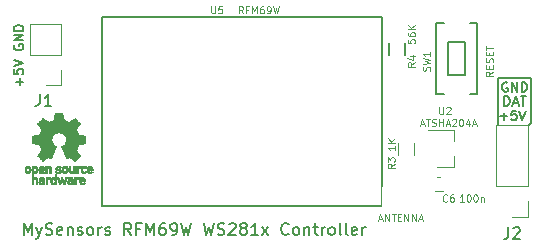
<source format=gto>
G04 #@! TF.GenerationSoftware,KiCad,Pcbnew,no-vcs-found-342f28f~58~ubuntu16.04.1*
G04 #@! TF.CreationDate,2017-05-04T10:48:30+03:00*
G04 #@! TF.ProjectId,ws281x_led_strip_controller,7773323831785F6C65645F7374726970,rev?*
G04 #@! TF.FileFunction,Legend,Top*
G04 #@! TF.FilePolarity,Positive*
%FSLAX46Y46*%
G04 Gerber Fmt 4.6, Leading zero omitted, Abs format (unit mm)*
G04 Created by KiCad (PCBNEW no-vcs-found-342f28f~58~ubuntu16.04.1) date Thu May  4 10:48:30 2017*
%MOMM*%
%LPD*%
G01*
G04 APERTURE LIST*
%ADD10C,0.100000*%
%ADD11C,0.200000*%
%ADD12C,0.140000*%
%ADD13C,0.010000*%
%ADD14C,0.150000*%
%ADD15C,0.120000*%
%ADD16R,2.400000X1.900000*%
%ADD17R,2.000000X2.400000*%
%ADD18R,1.300000X1.600000*%
%ADD19R,3.400000X1.600000*%
%ADD20R,1.600000X1.150000*%
%ADD21R,1.300000X1.200000*%
%ADD22O,2.100000X2.100000*%
%ADD23R,2.100000X2.100000*%
G04 APERTURE END LIST*
D10*
D11*
X117600000Y-84400000D02*
X117800000Y-84200000D01*
X117800000Y-80400000D02*
X117800000Y-84200000D01*
X115000000Y-80400000D02*
X117800000Y-80400000D01*
X115000000Y-84400000D02*
X115000000Y-84400000D01*
X115000000Y-80400000D02*
X115000000Y-84400000D01*
D12*
X115790476Y-80800000D02*
X115714285Y-80761904D01*
X115600000Y-80761904D01*
X115485714Y-80800000D01*
X115409523Y-80876190D01*
X115371428Y-80952380D01*
X115333333Y-81104761D01*
X115333333Y-81219047D01*
X115371428Y-81371428D01*
X115409523Y-81447619D01*
X115485714Y-81523809D01*
X115600000Y-81561904D01*
X115676190Y-81561904D01*
X115790476Y-81523809D01*
X115828571Y-81485714D01*
X115828571Y-81219047D01*
X115676190Y-81219047D01*
X116171428Y-81561904D02*
X116171428Y-80761904D01*
X116628571Y-81561904D01*
X116628571Y-80761904D01*
X117009523Y-81561904D02*
X117009523Y-80761904D01*
X117200000Y-80761904D01*
X117314285Y-80800000D01*
X117390476Y-80876190D01*
X117428571Y-80952380D01*
X117466666Y-81104761D01*
X117466666Y-81219047D01*
X117428571Y-81371428D01*
X117390476Y-81447619D01*
X117314285Y-81523809D01*
X117200000Y-81561904D01*
X117009523Y-81561904D01*
X115542857Y-82761904D02*
X115542857Y-81961904D01*
X115733333Y-81961904D01*
X115847619Y-82000000D01*
X115923809Y-82076190D01*
X115961904Y-82152380D01*
X116000000Y-82304761D01*
X116000000Y-82419047D01*
X115961904Y-82571428D01*
X115923809Y-82647619D01*
X115847619Y-82723809D01*
X115733333Y-82761904D01*
X115542857Y-82761904D01*
X116304761Y-82533333D02*
X116685714Y-82533333D01*
X116228571Y-82761904D02*
X116495238Y-81961904D01*
X116761904Y-82761904D01*
X116914285Y-81961904D02*
X117371428Y-81961904D01*
X117142857Y-82761904D02*
X117142857Y-81961904D01*
X115171428Y-83657142D02*
X115780952Y-83657142D01*
X115476190Y-83961904D02*
X115476190Y-83352380D01*
X116542857Y-83161904D02*
X116161904Y-83161904D01*
X116123809Y-83542857D01*
X116161904Y-83504761D01*
X116238095Y-83466666D01*
X116428571Y-83466666D01*
X116504761Y-83504761D01*
X116542857Y-83542857D01*
X116580952Y-83619047D01*
X116580952Y-83809523D01*
X116542857Y-83885714D01*
X116504761Y-83923809D01*
X116428571Y-83961904D01*
X116238095Y-83961904D01*
X116161904Y-83923809D01*
X116123809Y-83885714D01*
X116809523Y-83161904D02*
X117076190Y-83961904D01*
X117342857Y-83161904D01*
X115542857Y-82761904D02*
X115542857Y-81961904D01*
X115733333Y-81961904D01*
X115847619Y-82000000D01*
X115923809Y-82076190D01*
X115961904Y-82152380D01*
X116000000Y-82304761D01*
X116000000Y-82419047D01*
X115961904Y-82571428D01*
X115923809Y-82647619D01*
X115847619Y-82723809D01*
X115733333Y-82761904D01*
X115542857Y-82761904D01*
X116304761Y-82533333D02*
X116685714Y-82533333D01*
X116228571Y-82761904D02*
X116495238Y-81961904D01*
X116761904Y-82761904D01*
X116914285Y-81961904D02*
X117371428Y-81961904D01*
X117142857Y-82761904D02*
X117142857Y-81961904D01*
X115171428Y-83657142D02*
X115780952Y-83657142D01*
X115476190Y-83961904D02*
X115476190Y-83352380D01*
X116542857Y-83161904D02*
X116161904Y-83161904D01*
X116123809Y-83542857D01*
X116161904Y-83504761D01*
X116238095Y-83466666D01*
X116428571Y-83466666D01*
X116504761Y-83504761D01*
X116542857Y-83542857D01*
X116580952Y-83619047D01*
X116580952Y-83809523D01*
X116542857Y-83885714D01*
X116504761Y-83923809D01*
X116428571Y-83961904D01*
X116238095Y-83961904D01*
X116161904Y-83923809D01*
X116123809Y-83885714D01*
X116809523Y-83161904D02*
X117076190Y-83961904D01*
X117342857Y-83161904D01*
X115790476Y-80800000D02*
X115714285Y-80761904D01*
X115600000Y-80761904D01*
X115485714Y-80800000D01*
X115409523Y-80876190D01*
X115371428Y-80952380D01*
X115333333Y-81104761D01*
X115333333Y-81219047D01*
X115371428Y-81371428D01*
X115409523Y-81447619D01*
X115485714Y-81523809D01*
X115600000Y-81561904D01*
X115676190Y-81561904D01*
X115790476Y-81523809D01*
X115828571Y-81485714D01*
X115828571Y-81219047D01*
X115676190Y-81219047D01*
X116171428Y-81561904D02*
X116171428Y-80761904D01*
X116628571Y-81561904D01*
X116628571Y-80761904D01*
X117009523Y-81561904D02*
X117009523Y-80761904D01*
X117200000Y-80761904D01*
X117314285Y-80800000D01*
X117390476Y-80876190D01*
X117428571Y-80952380D01*
X117466666Y-81104761D01*
X117466666Y-81219047D01*
X117428571Y-81371428D01*
X117390476Y-81447619D01*
X117314285Y-81523809D01*
X117200000Y-81561904D01*
X117009523Y-81561904D01*
X74050000Y-77609523D02*
X74011904Y-77685714D01*
X74011904Y-77800000D01*
X74050000Y-77914285D01*
X74126190Y-77990476D01*
X74202380Y-78028571D01*
X74354761Y-78066666D01*
X74469047Y-78066666D01*
X74621428Y-78028571D01*
X74697619Y-77990476D01*
X74773809Y-77914285D01*
X74811904Y-77800000D01*
X74811904Y-77723809D01*
X74773809Y-77609523D01*
X74735714Y-77571428D01*
X74469047Y-77571428D01*
X74469047Y-77723809D01*
X74811904Y-77228571D02*
X74011904Y-77228571D01*
X74811904Y-76771428D01*
X74011904Y-76771428D01*
X74811904Y-76390476D02*
X74011904Y-76390476D01*
X74011904Y-76200000D01*
X74050000Y-76085714D01*
X74126190Y-76009523D01*
X74202380Y-75971428D01*
X74354761Y-75933333D01*
X74469047Y-75933333D01*
X74621428Y-75971428D01*
X74697619Y-76009523D01*
X74773809Y-76085714D01*
X74811904Y-76200000D01*
X74811904Y-76390476D01*
X74507142Y-81028571D02*
X74507142Y-80419047D01*
X74811904Y-80723809D02*
X74202380Y-80723809D01*
X74011904Y-79657142D02*
X74011904Y-80038095D01*
X74392857Y-80076190D01*
X74354761Y-80038095D01*
X74316666Y-79961904D01*
X74316666Y-79771428D01*
X74354761Y-79695238D01*
X74392857Y-79657142D01*
X74469047Y-79619047D01*
X74659523Y-79619047D01*
X74735714Y-79657142D01*
X74773809Y-79695238D01*
X74811904Y-79771428D01*
X74811904Y-79961904D01*
X74773809Y-80038095D01*
X74735714Y-80076190D01*
X74011904Y-79390476D02*
X74811904Y-79123809D01*
X74011904Y-78857142D01*
D11*
X74845238Y-93702380D02*
X74845238Y-92702380D01*
X75178571Y-93416666D01*
X75511904Y-92702380D01*
X75511904Y-93702380D01*
X75892857Y-93035714D02*
X76130952Y-93702380D01*
X76369047Y-93035714D02*
X76130952Y-93702380D01*
X76035714Y-93940476D01*
X75988095Y-93988095D01*
X75892857Y-94035714D01*
X76702380Y-93654761D02*
X76845238Y-93702380D01*
X77083333Y-93702380D01*
X77178571Y-93654761D01*
X77226190Y-93607142D01*
X77273809Y-93511904D01*
X77273809Y-93416666D01*
X77226190Y-93321428D01*
X77178571Y-93273809D01*
X77083333Y-93226190D01*
X76892857Y-93178571D01*
X76797619Y-93130952D01*
X76750000Y-93083333D01*
X76702380Y-92988095D01*
X76702380Y-92892857D01*
X76750000Y-92797619D01*
X76797619Y-92750000D01*
X76892857Y-92702380D01*
X77130952Y-92702380D01*
X77273809Y-92750000D01*
X78083333Y-93654761D02*
X77988095Y-93702380D01*
X77797619Y-93702380D01*
X77702380Y-93654761D01*
X77654761Y-93559523D01*
X77654761Y-93178571D01*
X77702380Y-93083333D01*
X77797619Y-93035714D01*
X77988095Y-93035714D01*
X78083333Y-93083333D01*
X78130952Y-93178571D01*
X78130952Y-93273809D01*
X77654761Y-93369047D01*
X78559523Y-93035714D02*
X78559523Y-93702380D01*
X78559523Y-93130952D02*
X78607142Y-93083333D01*
X78702380Y-93035714D01*
X78845238Y-93035714D01*
X78940476Y-93083333D01*
X78988095Y-93178571D01*
X78988095Y-93702380D01*
X79416666Y-93654761D02*
X79511904Y-93702380D01*
X79702380Y-93702380D01*
X79797619Y-93654761D01*
X79845238Y-93559523D01*
X79845238Y-93511904D01*
X79797619Y-93416666D01*
X79702380Y-93369047D01*
X79559523Y-93369047D01*
X79464285Y-93321428D01*
X79416666Y-93226190D01*
X79416666Y-93178571D01*
X79464285Y-93083333D01*
X79559523Y-93035714D01*
X79702380Y-93035714D01*
X79797619Y-93083333D01*
X80416666Y-93702380D02*
X80321428Y-93654761D01*
X80273809Y-93607142D01*
X80226190Y-93511904D01*
X80226190Y-93226190D01*
X80273809Y-93130952D01*
X80321428Y-93083333D01*
X80416666Y-93035714D01*
X80559523Y-93035714D01*
X80654761Y-93083333D01*
X80702380Y-93130952D01*
X80750000Y-93226190D01*
X80750000Y-93511904D01*
X80702380Y-93607142D01*
X80654761Y-93654761D01*
X80559523Y-93702380D01*
X80416666Y-93702380D01*
X81178571Y-93702380D02*
X81178571Y-93035714D01*
X81178571Y-93226190D02*
X81226190Y-93130952D01*
X81273809Y-93083333D01*
X81369047Y-93035714D01*
X81464285Y-93035714D01*
X81750000Y-93654761D02*
X81845238Y-93702380D01*
X82035714Y-93702380D01*
X82130952Y-93654761D01*
X82178571Y-93559523D01*
X82178571Y-93511904D01*
X82130952Y-93416666D01*
X82035714Y-93369047D01*
X81892857Y-93369047D01*
X81797619Y-93321428D01*
X81750000Y-93226190D01*
X81750000Y-93178571D01*
X81797619Y-93083333D01*
X81892857Y-93035714D01*
X82035714Y-93035714D01*
X82130952Y-93083333D01*
X83940476Y-93702380D02*
X83607142Y-93226190D01*
X83369047Y-93702380D02*
X83369047Y-92702380D01*
X83750000Y-92702380D01*
X83845238Y-92750000D01*
X83892857Y-92797619D01*
X83940476Y-92892857D01*
X83940476Y-93035714D01*
X83892857Y-93130952D01*
X83845238Y-93178571D01*
X83750000Y-93226190D01*
X83369047Y-93226190D01*
X84702380Y-93178571D02*
X84369047Y-93178571D01*
X84369047Y-93702380D02*
X84369047Y-92702380D01*
X84845238Y-92702380D01*
X85226190Y-93702380D02*
X85226190Y-92702380D01*
X85559523Y-93416666D01*
X85892857Y-92702380D01*
X85892857Y-93702380D01*
X86797619Y-92702380D02*
X86607142Y-92702380D01*
X86511904Y-92750000D01*
X86464285Y-92797619D01*
X86369047Y-92940476D01*
X86321428Y-93130952D01*
X86321428Y-93511904D01*
X86369047Y-93607142D01*
X86416666Y-93654761D01*
X86511904Y-93702380D01*
X86702380Y-93702380D01*
X86797619Y-93654761D01*
X86845238Y-93607142D01*
X86892857Y-93511904D01*
X86892857Y-93273809D01*
X86845238Y-93178571D01*
X86797619Y-93130952D01*
X86702380Y-93083333D01*
X86511904Y-93083333D01*
X86416666Y-93130952D01*
X86369047Y-93178571D01*
X86321428Y-93273809D01*
X87369047Y-93702380D02*
X87559523Y-93702380D01*
X87654761Y-93654761D01*
X87702380Y-93607142D01*
X87797619Y-93464285D01*
X87845238Y-93273809D01*
X87845238Y-92892857D01*
X87797619Y-92797619D01*
X87749999Y-92750000D01*
X87654761Y-92702380D01*
X87464285Y-92702380D01*
X87369047Y-92750000D01*
X87321428Y-92797619D01*
X87273809Y-92892857D01*
X87273809Y-93130952D01*
X87321428Y-93226190D01*
X87369047Y-93273809D01*
X87464285Y-93321428D01*
X87654761Y-93321428D01*
X87749999Y-93273809D01*
X87797619Y-93226190D01*
X87845238Y-93130952D01*
X88178571Y-92702380D02*
X88416666Y-93702380D01*
X88607142Y-92988095D01*
X88797619Y-93702380D01*
X89035714Y-92702380D01*
X90083333Y-92702380D02*
X90321428Y-93702380D01*
X90511904Y-92988095D01*
X90702380Y-93702380D01*
X90940476Y-92702380D01*
X91273809Y-93654761D02*
X91416666Y-93702380D01*
X91654761Y-93702380D01*
X91749999Y-93654761D01*
X91797619Y-93607142D01*
X91845238Y-93511904D01*
X91845238Y-93416666D01*
X91797619Y-93321428D01*
X91749999Y-93273809D01*
X91654761Y-93226190D01*
X91464285Y-93178571D01*
X91369047Y-93130952D01*
X91321428Y-93083333D01*
X91273809Y-92988095D01*
X91273809Y-92892857D01*
X91321428Y-92797619D01*
X91369047Y-92750000D01*
X91464285Y-92702380D01*
X91702380Y-92702380D01*
X91845238Y-92750000D01*
X92226190Y-92797619D02*
X92273809Y-92750000D01*
X92369047Y-92702380D01*
X92607142Y-92702380D01*
X92702380Y-92750000D01*
X92749999Y-92797619D01*
X92797619Y-92892857D01*
X92797619Y-92988095D01*
X92749999Y-93130952D01*
X92178571Y-93702380D01*
X92797619Y-93702380D01*
X93369047Y-93130952D02*
X93273809Y-93083333D01*
X93226190Y-93035714D01*
X93178571Y-92940476D01*
X93178571Y-92892857D01*
X93226190Y-92797619D01*
X93273809Y-92750000D01*
X93369047Y-92702380D01*
X93559523Y-92702380D01*
X93654761Y-92750000D01*
X93702380Y-92797619D01*
X93749999Y-92892857D01*
X93749999Y-92940476D01*
X93702380Y-93035714D01*
X93654761Y-93083333D01*
X93559523Y-93130952D01*
X93369047Y-93130952D01*
X93273809Y-93178571D01*
X93226190Y-93226190D01*
X93178571Y-93321428D01*
X93178571Y-93511904D01*
X93226190Y-93607142D01*
X93273809Y-93654761D01*
X93369047Y-93702380D01*
X93559523Y-93702380D01*
X93654761Y-93654761D01*
X93702380Y-93607142D01*
X93749999Y-93511904D01*
X93749999Y-93321428D01*
X93702380Y-93226190D01*
X93654761Y-93178571D01*
X93559523Y-93130952D01*
X94702380Y-93702380D02*
X94130952Y-93702380D01*
X94416666Y-93702380D02*
X94416666Y-92702380D01*
X94321428Y-92845238D01*
X94226190Y-92940476D01*
X94130952Y-92988095D01*
X95035714Y-93702380D02*
X95559523Y-93035714D01*
X95035714Y-93035714D02*
X95559523Y-93702380D01*
X97273809Y-93607142D02*
X97226190Y-93654761D01*
X97083333Y-93702380D01*
X96988095Y-93702380D01*
X96845238Y-93654761D01*
X96749999Y-93559523D01*
X96702380Y-93464285D01*
X96654761Y-93273809D01*
X96654761Y-93130952D01*
X96702380Y-92940476D01*
X96749999Y-92845238D01*
X96845238Y-92750000D01*
X96988095Y-92702380D01*
X97083333Y-92702380D01*
X97226190Y-92750000D01*
X97273809Y-92797619D01*
X97845238Y-93702380D02*
X97749999Y-93654761D01*
X97702380Y-93607142D01*
X97654761Y-93511904D01*
X97654761Y-93226190D01*
X97702380Y-93130952D01*
X97749999Y-93083333D01*
X97845238Y-93035714D01*
X97988095Y-93035714D01*
X98083333Y-93083333D01*
X98130952Y-93130952D01*
X98178571Y-93226190D01*
X98178571Y-93511904D01*
X98130952Y-93607142D01*
X98083333Y-93654761D01*
X97988095Y-93702380D01*
X97845238Y-93702380D01*
X98607142Y-93035714D02*
X98607142Y-93702380D01*
X98607142Y-93130952D02*
X98654761Y-93083333D01*
X98749999Y-93035714D01*
X98892857Y-93035714D01*
X98988095Y-93083333D01*
X99035714Y-93178571D01*
X99035714Y-93702380D01*
X99369047Y-93035714D02*
X99749999Y-93035714D01*
X99511904Y-92702380D02*
X99511904Y-93559523D01*
X99559523Y-93654761D01*
X99654761Y-93702380D01*
X99749999Y-93702380D01*
X100083333Y-93702380D02*
X100083333Y-93035714D01*
X100083333Y-93226190D02*
X100130952Y-93130952D01*
X100178571Y-93083333D01*
X100273809Y-93035714D01*
X100369047Y-93035714D01*
X100845238Y-93702380D02*
X100749999Y-93654761D01*
X100702380Y-93607142D01*
X100654761Y-93511904D01*
X100654761Y-93226190D01*
X100702380Y-93130952D01*
X100749999Y-93083333D01*
X100845238Y-93035714D01*
X100988095Y-93035714D01*
X101083333Y-93083333D01*
X101130952Y-93130952D01*
X101178571Y-93226190D01*
X101178571Y-93511904D01*
X101130952Y-93607142D01*
X101083333Y-93654761D01*
X100988095Y-93702380D01*
X100845238Y-93702380D01*
X101749999Y-93702380D02*
X101654761Y-93654761D01*
X101607142Y-93559523D01*
X101607142Y-92702380D01*
X102273809Y-93702380D02*
X102178571Y-93654761D01*
X102130952Y-93559523D01*
X102130952Y-92702380D01*
X103035714Y-93654761D02*
X102940476Y-93702380D01*
X102749999Y-93702380D01*
X102654761Y-93654761D01*
X102607142Y-93559523D01*
X102607142Y-93178571D01*
X102654761Y-93083333D01*
X102749999Y-93035714D01*
X102940476Y-93035714D01*
X103035714Y-93083333D01*
X103083333Y-93178571D01*
X103083333Y-93273809D01*
X102607142Y-93369047D01*
X103511904Y-93702380D02*
X103511904Y-93035714D01*
X103511904Y-93226190D02*
X103559523Y-93130952D01*
X103607142Y-93083333D01*
X103702380Y-93035714D01*
X103797619Y-93035714D01*
D13*
G36*
X75891241Y-87869184D02*
X75917753Y-87882282D01*
X75950447Y-87905106D01*
X75974275Y-87929996D01*
X75990594Y-87961249D01*
X76000760Y-88003166D01*
X76006128Y-88060044D01*
X76008056Y-88136184D01*
X76008169Y-88168917D01*
X76007839Y-88240656D01*
X76006473Y-88291927D01*
X76003500Y-88327404D01*
X75998351Y-88351763D01*
X75990457Y-88369680D01*
X75982243Y-88381902D01*
X75929813Y-88433905D01*
X75868070Y-88465184D01*
X75801464Y-88474592D01*
X75734442Y-88460980D01*
X75713208Y-88451354D01*
X75662376Y-88424859D01*
X75662376Y-88840052D01*
X75699475Y-88820868D01*
X75748357Y-88806025D01*
X75808439Y-88802222D01*
X75868436Y-88809243D01*
X75913744Y-88825013D01*
X75951325Y-88855047D01*
X75983436Y-88898024D01*
X75985850Y-88902436D01*
X75996033Y-88923221D01*
X76003470Y-88944170D01*
X76008589Y-88969548D01*
X76011819Y-89003618D01*
X76013587Y-89050641D01*
X76014323Y-89114882D01*
X76014456Y-89187176D01*
X76014456Y-89417822D01*
X75876139Y-89417822D01*
X75876139Y-88992533D01*
X75837451Y-88959979D01*
X75797262Y-88933940D01*
X75759203Y-88929205D01*
X75720934Y-88941389D01*
X75700538Y-88953320D01*
X75685358Y-88970313D01*
X75674562Y-88995995D01*
X75667317Y-89033991D01*
X75662792Y-89087926D01*
X75660156Y-89161425D01*
X75659228Y-89210347D01*
X75656089Y-89411535D01*
X75590074Y-89415336D01*
X75524060Y-89419136D01*
X75524060Y-88170650D01*
X75662376Y-88170650D01*
X75665903Y-88240254D01*
X75677785Y-88288569D01*
X75699980Y-88318631D01*
X75734441Y-88333471D01*
X75769258Y-88336436D01*
X75808671Y-88333028D01*
X75834829Y-88319617D01*
X75851186Y-88301896D01*
X75864063Y-88282835D01*
X75871728Y-88261601D01*
X75875139Y-88231849D01*
X75875251Y-88187236D01*
X75874103Y-88149880D01*
X75871468Y-88093604D01*
X75867544Y-88056658D01*
X75860937Y-88033223D01*
X75850251Y-88017480D01*
X75840167Y-88008380D01*
X75798030Y-87988537D01*
X75748160Y-87985332D01*
X75719524Y-87992168D01*
X75691172Y-88016464D01*
X75672391Y-88063728D01*
X75663288Y-88133624D01*
X75662376Y-88170650D01*
X75524060Y-88170650D01*
X75524060Y-87858614D01*
X75593218Y-87858614D01*
X75634740Y-87860256D01*
X75656162Y-87866087D01*
X75662374Y-87877461D01*
X75662376Y-87877798D01*
X75665258Y-87888938D01*
X75677970Y-87887673D01*
X75703243Y-87875433D01*
X75762131Y-87856707D01*
X75828385Y-87854739D01*
X75891241Y-87869184D01*
X75891241Y-87869184D01*
G37*
X75891241Y-87869184D02*
X75917753Y-87882282D01*
X75950447Y-87905106D01*
X75974275Y-87929996D01*
X75990594Y-87961249D01*
X76000760Y-88003166D01*
X76006128Y-88060044D01*
X76008056Y-88136184D01*
X76008169Y-88168917D01*
X76007839Y-88240656D01*
X76006473Y-88291927D01*
X76003500Y-88327404D01*
X75998351Y-88351763D01*
X75990457Y-88369680D01*
X75982243Y-88381902D01*
X75929813Y-88433905D01*
X75868070Y-88465184D01*
X75801464Y-88474592D01*
X75734442Y-88460980D01*
X75713208Y-88451354D01*
X75662376Y-88424859D01*
X75662376Y-88840052D01*
X75699475Y-88820868D01*
X75748357Y-88806025D01*
X75808439Y-88802222D01*
X75868436Y-88809243D01*
X75913744Y-88825013D01*
X75951325Y-88855047D01*
X75983436Y-88898024D01*
X75985850Y-88902436D01*
X75996033Y-88923221D01*
X76003470Y-88944170D01*
X76008589Y-88969548D01*
X76011819Y-89003618D01*
X76013587Y-89050641D01*
X76014323Y-89114882D01*
X76014456Y-89187176D01*
X76014456Y-89417822D01*
X75876139Y-89417822D01*
X75876139Y-88992533D01*
X75837451Y-88959979D01*
X75797262Y-88933940D01*
X75759203Y-88929205D01*
X75720934Y-88941389D01*
X75700538Y-88953320D01*
X75685358Y-88970313D01*
X75674562Y-88995995D01*
X75667317Y-89033991D01*
X75662792Y-89087926D01*
X75660156Y-89161425D01*
X75659228Y-89210347D01*
X75656089Y-89411535D01*
X75590074Y-89415336D01*
X75524060Y-89419136D01*
X75524060Y-88170650D01*
X75662376Y-88170650D01*
X75665903Y-88240254D01*
X75677785Y-88288569D01*
X75699980Y-88318631D01*
X75734441Y-88333471D01*
X75769258Y-88336436D01*
X75808671Y-88333028D01*
X75834829Y-88319617D01*
X75851186Y-88301896D01*
X75864063Y-88282835D01*
X75871728Y-88261601D01*
X75875139Y-88231849D01*
X75875251Y-88187236D01*
X75874103Y-88149880D01*
X75871468Y-88093604D01*
X75867544Y-88056658D01*
X75860937Y-88033223D01*
X75850251Y-88017480D01*
X75840167Y-88008380D01*
X75798030Y-87988537D01*
X75748160Y-87985332D01*
X75719524Y-87992168D01*
X75691172Y-88016464D01*
X75672391Y-88063728D01*
X75663288Y-88133624D01*
X75662376Y-88170650D01*
X75524060Y-88170650D01*
X75524060Y-87858614D01*
X75593218Y-87858614D01*
X75634740Y-87860256D01*
X75656162Y-87866087D01*
X75662374Y-87877461D01*
X75662376Y-87877798D01*
X75665258Y-87888938D01*
X75677970Y-87887673D01*
X75703243Y-87875433D01*
X75762131Y-87856707D01*
X75828385Y-87854739D01*
X75891241Y-87869184D01*
G36*
X76415790Y-88806555D02*
X76474945Y-88822339D01*
X76519977Y-88850948D01*
X76551754Y-88888419D01*
X76561634Y-88904411D01*
X76568927Y-88921163D01*
X76574026Y-88942592D01*
X76577321Y-88972616D01*
X76579203Y-89015154D01*
X76580063Y-89074122D01*
X76580293Y-89153440D01*
X76580297Y-89174484D01*
X76580297Y-89417822D01*
X76519941Y-89417822D01*
X76481443Y-89415126D01*
X76452977Y-89408295D01*
X76445845Y-89404083D01*
X76426348Y-89396813D01*
X76406434Y-89404083D01*
X76373647Y-89413160D01*
X76326022Y-89416813D01*
X76273236Y-89415228D01*
X76224964Y-89408589D01*
X76196782Y-89400072D01*
X76142247Y-89365063D01*
X76108165Y-89316479D01*
X76092843Y-89251882D01*
X76092701Y-89250223D01*
X76094045Y-89221566D01*
X76215644Y-89221566D01*
X76226274Y-89254161D01*
X76243590Y-89272505D01*
X76278348Y-89286379D01*
X76324227Y-89291917D01*
X76371012Y-89289191D01*
X76408486Y-89278274D01*
X76418985Y-89271269D01*
X76437332Y-89238904D01*
X76441980Y-89202111D01*
X76441980Y-89153763D01*
X76372418Y-89153763D01*
X76306333Y-89158850D01*
X76256236Y-89173263D01*
X76225071Y-89195729D01*
X76215644Y-89221566D01*
X76094045Y-89221566D01*
X76096013Y-89179647D01*
X76119290Y-89123845D01*
X76163052Y-89081647D01*
X76169101Y-89077808D01*
X76195093Y-89065309D01*
X76227265Y-89057740D01*
X76272240Y-89054061D01*
X76325669Y-89053216D01*
X76441980Y-89053169D01*
X76441980Y-89004411D01*
X76437047Y-88966581D01*
X76424457Y-88941236D01*
X76422983Y-88939887D01*
X76394966Y-88928800D01*
X76352674Y-88924503D01*
X76305936Y-88926615D01*
X76264582Y-88934756D01*
X76240043Y-88946965D01*
X76226747Y-88956746D01*
X76212706Y-88958613D01*
X76193329Y-88950600D01*
X76164024Y-88930739D01*
X76120197Y-88897063D01*
X76116175Y-88893909D01*
X76118236Y-88882236D01*
X76135432Y-88862822D01*
X76161567Y-88841248D01*
X76190448Y-88823096D01*
X76199522Y-88818809D01*
X76232620Y-88810256D01*
X76281120Y-88804155D01*
X76335305Y-88801708D01*
X76337839Y-88801703D01*
X76415790Y-88806555D01*
X76415790Y-88806555D01*
G37*
X76415790Y-88806555D02*
X76474945Y-88822339D01*
X76519977Y-88850948D01*
X76551754Y-88888419D01*
X76561634Y-88904411D01*
X76568927Y-88921163D01*
X76574026Y-88942592D01*
X76577321Y-88972616D01*
X76579203Y-89015154D01*
X76580063Y-89074122D01*
X76580293Y-89153440D01*
X76580297Y-89174484D01*
X76580297Y-89417822D01*
X76519941Y-89417822D01*
X76481443Y-89415126D01*
X76452977Y-89408295D01*
X76445845Y-89404083D01*
X76426348Y-89396813D01*
X76406434Y-89404083D01*
X76373647Y-89413160D01*
X76326022Y-89416813D01*
X76273236Y-89415228D01*
X76224964Y-89408589D01*
X76196782Y-89400072D01*
X76142247Y-89365063D01*
X76108165Y-89316479D01*
X76092843Y-89251882D01*
X76092701Y-89250223D01*
X76094045Y-89221566D01*
X76215644Y-89221566D01*
X76226274Y-89254161D01*
X76243590Y-89272505D01*
X76278348Y-89286379D01*
X76324227Y-89291917D01*
X76371012Y-89289191D01*
X76408486Y-89278274D01*
X76418985Y-89271269D01*
X76437332Y-89238904D01*
X76441980Y-89202111D01*
X76441980Y-89153763D01*
X76372418Y-89153763D01*
X76306333Y-89158850D01*
X76256236Y-89173263D01*
X76225071Y-89195729D01*
X76215644Y-89221566D01*
X76094045Y-89221566D01*
X76096013Y-89179647D01*
X76119290Y-89123845D01*
X76163052Y-89081647D01*
X76169101Y-89077808D01*
X76195093Y-89065309D01*
X76227265Y-89057740D01*
X76272240Y-89054061D01*
X76325669Y-89053216D01*
X76441980Y-89053169D01*
X76441980Y-89004411D01*
X76437047Y-88966581D01*
X76424457Y-88941236D01*
X76422983Y-88939887D01*
X76394966Y-88928800D01*
X76352674Y-88924503D01*
X76305936Y-88926615D01*
X76264582Y-88934756D01*
X76240043Y-88946965D01*
X76226747Y-88956746D01*
X76212706Y-88958613D01*
X76193329Y-88950600D01*
X76164024Y-88930739D01*
X76120197Y-88897063D01*
X76116175Y-88893909D01*
X76118236Y-88882236D01*
X76135432Y-88862822D01*
X76161567Y-88841248D01*
X76190448Y-88823096D01*
X76199522Y-88818809D01*
X76232620Y-88810256D01*
X76281120Y-88804155D01*
X76335305Y-88801708D01*
X76337839Y-88801703D01*
X76415790Y-88806555D01*
G36*
X76806644Y-88803020D02*
X76825461Y-88808660D01*
X76831527Y-88821053D01*
X76831782Y-88826647D01*
X76832871Y-88842230D01*
X76840368Y-88844676D01*
X76860619Y-88833993D01*
X76872649Y-88826694D01*
X76910600Y-88811063D01*
X76955928Y-88803334D01*
X77003456Y-88802740D01*
X77048005Y-88808513D01*
X77084398Y-88819884D01*
X77107457Y-88836088D01*
X77112004Y-88856355D01*
X77109709Y-88861843D01*
X77092980Y-88884626D01*
X77067037Y-88912647D01*
X77062345Y-88917177D01*
X77037617Y-88938005D01*
X77016282Y-88944735D01*
X76986445Y-88940038D01*
X76974492Y-88936917D01*
X76937295Y-88929421D01*
X76911141Y-88932792D01*
X76889054Y-88944681D01*
X76868822Y-88960635D01*
X76853921Y-88980700D01*
X76843566Y-89008702D01*
X76836971Y-89048467D01*
X76833351Y-89103823D01*
X76831922Y-89178594D01*
X76831782Y-89223740D01*
X76831782Y-89417822D01*
X76706040Y-89417822D01*
X76706040Y-88801683D01*
X76768911Y-88801683D01*
X76806644Y-88803020D01*
X76806644Y-88803020D01*
G37*
X76806644Y-88803020D02*
X76825461Y-88808660D01*
X76831527Y-88821053D01*
X76831782Y-88826647D01*
X76832871Y-88842230D01*
X76840368Y-88844676D01*
X76860619Y-88833993D01*
X76872649Y-88826694D01*
X76910600Y-88811063D01*
X76955928Y-88803334D01*
X77003456Y-88802740D01*
X77048005Y-88808513D01*
X77084398Y-88819884D01*
X77107457Y-88836088D01*
X77112004Y-88856355D01*
X77109709Y-88861843D01*
X77092980Y-88884626D01*
X77067037Y-88912647D01*
X77062345Y-88917177D01*
X77037617Y-88938005D01*
X77016282Y-88944735D01*
X76986445Y-88940038D01*
X76974492Y-88936917D01*
X76937295Y-88929421D01*
X76911141Y-88932792D01*
X76889054Y-88944681D01*
X76868822Y-88960635D01*
X76853921Y-88980700D01*
X76843566Y-89008702D01*
X76836971Y-89048467D01*
X76833351Y-89103823D01*
X76831922Y-89178594D01*
X76831782Y-89223740D01*
X76831782Y-89417822D01*
X76706040Y-89417822D01*
X76706040Y-88801683D01*
X76768911Y-88801683D01*
X76806644Y-88803020D01*
G36*
X77598812Y-89417822D02*
X77529654Y-89417822D01*
X77489512Y-89416645D01*
X77468606Y-89411772D01*
X77461078Y-89401186D01*
X77460495Y-89394029D01*
X77459226Y-89379676D01*
X77451221Y-89376923D01*
X77430185Y-89385771D01*
X77413827Y-89394029D01*
X77351023Y-89413597D01*
X77282752Y-89414729D01*
X77227248Y-89400135D01*
X77175562Y-89364877D01*
X77136162Y-89312835D01*
X77114587Y-89251450D01*
X77114038Y-89248018D01*
X77110833Y-89210571D01*
X77109239Y-89156813D01*
X77109367Y-89116155D01*
X77246721Y-89116155D01*
X77249903Y-89170194D01*
X77257141Y-89214735D01*
X77266940Y-89239888D01*
X77304011Y-89274260D01*
X77348026Y-89286582D01*
X77393416Y-89276618D01*
X77432203Y-89246895D01*
X77446892Y-89226905D01*
X77455481Y-89203050D01*
X77459504Y-89168230D01*
X77460495Y-89115930D01*
X77458722Y-89064139D01*
X77454037Y-89018634D01*
X77447397Y-88988181D01*
X77446290Y-88985452D01*
X77419509Y-88953000D01*
X77380421Y-88935183D01*
X77336685Y-88932306D01*
X77295962Y-88944674D01*
X77265913Y-88972593D01*
X77262796Y-88978148D01*
X77253039Y-89012022D01*
X77247723Y-89060728D01*
X77246721Y-89116155D01*
X77109367Y-89116155D01*
X77109432Y-89095540D01*
X77110336Y-89062563D01*
X77116486Y-88980981D01*
X77129267Y-88919730D01*
X77150529Y-88874449D01*
X77182122Y-88840779D01*
X77212793Y-88821014D01*
X77255646Y-88807120D01*
X77308944Y-88802354D01*
X77363520Y-88806236D01*
X77410208Y-88818282D01*
X77434876Y-88832693D01*
X77460495Y-88855878D01*
X77460495Y-88562773D01*
X77598812Y-88562773D01*
X77598812Y-89417822D01*
X77598812Y-89417822D01*
G37*
X77598812Y-89417822D02*
X77529654Y-89417822D01*
X77489512Y-89416645D01*
X77468606Y-89411772D01*
X77461078Y-89401186D01*
X77460495Y-89394029D01*
X77459226Y-89379676D01*
X77451221Y-89376923D01*
X77430185Y-89385771D01*
X77413827Y-89394029D01*
X77351023Y-89413597D01*
X77282752Y-89414729D01*
X77227248Y-89400135D01*
X77175562Y-89364877D01*
X77136162Y-89312835D01*
X77114587Y-89251450D01*
X77114038Y-89248018D01*
X77110833Y-89210571D01*
X77109239Y-89156813D01*
X77109367Y-89116155D01*
X77246721Y-89116155D01*
X77249903Y-89170194D01*
X77257141Y-89214735D01*
X77266940Y-89239888D01*
X77304011Y-89274260D01*
X77348026Y-89286582D01*
X77393416Y-89276618D01*
X77432203Y-89246895D01*
X77446892Y-89226905D01*
X77455481Y-89203050D01*
X77459504Y-89168230D01*
X77460495Y-89115930D01*
X77458722Y-89064139D01*
X77454037Y-89018634D01*
X77447397Y-88988181D01*
X77446290Y-88985452D01*
X77419509Y-88953000D01*
X77380421Y-88935183D01*
X77336685Y-88932306D01*
X77295962Y-88944674D01*
X77265913Y-88972593D01*
X77262796Y-88978148D01*
X77253039Y-89012022D01*
X77247723Y-89060728D01*
X77246721Y-89116155D01*
X77109367Y-89116155D01*
X77109432Y-89095540D01*
X77110336Y-89062563D01*
X77116486Y-88980981D01*
X77129267Y-88919730D01*
X77150529Y-88874449D01*
X77182122Y-88840779D01*
X77212793Y-88821014D01*
X77255646Y-88807120D01*
X77308944Y-88802354D01*
X77363520Y-88806236D01*
X77410208Y-88818282D01*
X77434876Y-88832693D01*
X77460495Y-88855878D01*
X77460495Y-88562773D01*
X77598812Y-88562773D01*
X77598812Y-89417822D01*
G36*
X78081524Y-88804237D02*
X78131255Y-88807971D01*
X78261291Y-89197773D01*
X78281678Y-89128614D01*
X78293946Y-89085874D01*
X78310085Y-89028115D01*
X78327512Y-88964625D01*
X78336726Y-88930570D01*
X78371388Y-88801683D01*
X78514391Y-88801683D01*
X78471646Y-88936857D01*
X78450596Y-89003342D01*
X78425167Y-89083539D01*
X78398610Y-89167193D01*
X78374902Y-89241782D01*
X78320902Y-89411535D01*
X78262598Y-89415328D01*
X78204295Y-89419122D01*
X78172679Y-89314734D01*
X78153182Y-89249889D01*
X78131904Y-89178400D01*
X78113308Y-89115263D01*
X78112574Y-89112750D01*
X78098684Y-89069969D01*
X78086429Y-89040779D01*
X78077846Y-89029741D01*
X78076082Y-89031018D01*
X78069891Y-89048130D01*
X78058128Y-89084787D01*
X78042225Y-89136378D01*
X78023614Y-89198294D01*
X78013543Y-89232352D01*
X77959007Y-89417822D01*
X77843264Y-89417822D01*
X77750737Y-89125471D01*
X77724744Y-89043462D01*
X77701066Y-88968987D01*
X77680820Y-88905544D01*
X77665126Y-88856632D01*
X77655102Y-88825749D01*
X77652055Y-88816726D01*
X77654467Y-88807487D01*
X77673408Y-88803441D01*
X77712823Y-88803846D01*
X77718993Y-88804152D01*
X77792086Y-88807971D01*
X77839957Y-88984010D01*
X77857553Y-89048211D01*
X77873277Y-89104649D01*
X77885746Y-89148422D01*
X77893574Y-89174630D01*
X77895020Y-89178903D01*
X77901014Y-89173990D01*
X77913101Y-89148532D01*
X77929893Y-89105997D01*
X77950003Y-89049850D01*
X77967003Y-88999130D01*
X78031794Y-88800504D01*
X78081524Y-88804237D01*
X78081524Y-88804237D01*
G37*
X78081524Y-88804237D02*
X78131255Y-88807971D01*
X78261291Y-89197773D01*
X78281678Y-89128614D01*
X78293946Y-89085874D01*
X78310085Y-89028115D01*
X78327512Y-88964625D01*
X78336726Y-88930570D01*
X78371388Y-88801683D01*
X78514391Y-88801683D01*
X78471646Y-88936857D01*
X78450596Y-89003342D01*
X78425167Y-89083539D01*
X78398610Y-89167193D01*
X78374902Y-89241782D01*
X78320902Y-89411535D01*
X78262598Y-89415328D01*
X78204295Y-89419122D01*
X78172679Y-89314734D01*
X78153182Y-89249889D01*
X78131904Y-89178400D01*
X78113308Y-89115263D01*
X78112574Y-89112750D01*
X78098684Y-89069969D01*
X78086429Y-89040779D01*
X78077846Y-89029741D01*
X78076082Y-89031018D01*
X78069891Y-89048130D01*
X78058128Y-89084787D01*
X78042225Y-89136378D01*
X78023614Y-89198294D01*
X78013543Y-89232352D01*
X77959007Y-89417822D01*
X77843264Y-89417822D01*
X77750737Y-89125471D01*
X77724744Y-89043462D01*
X77701066Y-88968987D01*
X77680820Y-88905544D01*
X77665126Y-88856632D01*
X77655102Y-88825749D01*
X77652055Y-88816726D01*
X77654467Y-88807487D01*
X77673408Y-88803441D01*
X77712823Y-88803846D01*
X77718993Y-88804152D01*
X77792086Y-88807971D01*
X77839957Y-88984010D01*
X77857553Y-89048211D01*
X77873277Y-89104649D01*
X77885746Y-89148422D01*
X77893574Y-89174630D01*
X77895020Y-89178903D01*
X77901014Y-89173990D01*
X77913101Y-89148532D01*
X77929893Y-89105997D01*
X77950003Y-89049850D01*
X77967003Y-88999130D01*
X78031794Y-88800504D01*
X78081524Y-88804237D01*
G36*
X78838411Y-88805417D02*
X78891411Y-88818290D01*
X78906731Y-88825110D01*
X78936428Y-88842974D01*
X78959220Y-88863093D01*
X78976083Y-88888962D01*
X78987998Y-88924073D01*
X78995942Y-88971920D01*
X79000894Y-89035996D01*
X79003831Y-89119794D01*
X79004947Y-89175768D01*
X79009052Y-89417822D01*
X78938932Y-89417822D01*
X78896393Y-89416038D01*
X78874476Y-89409942D01*
X78868812Y-89399706D01*
X78865821Y-89388637D01*
X78852451Y-89390754D01*
X78834233Y-89399629D01*
X78788624Y-89413233D01*
X78730007Y-89416899D01*
X78668354Y-89410903D01*
X78613638Y-89395521D01*
X78608730Y-89393386D01*
X78558723Y-89358255D01*
X78525756Y-89309419D01*
X78510587Y-89252333D01*
X78511746Y-89231824D01*
X78635508Y-89231824D01*
X78646413Y-89259425D01*
X78678745Y-89279204D01*
X78730910Y-89289819D01*
X78758787Y-89291228D01*
X78805247Y-89287620D01*
X78836129Y-89273597D01*
X78843664Y-89266931D01*
X78864076Y-89230666D01*
X78868812Y-89197773D01*
X78868812Y-89153763D01*
X78807513Y-89153763D01*
X78736256Y-89157395D01*
X78686276Y-89168818D01*
X78654696Y-89188824D01*
X78647626Y-89197743D01*
X78635508Y-89231824D01*
X78511746Y-89231824D01*
X78513971Y-89192456D01*
X78536663Y-89135244D01*
X78567624Y-89096580D01*
X78586376Y-89079864D01*
X78604733Y-89068878D01*
X78628619Y-89062180D01*
X78663957Y-89058326D01*
X78716669Y-89055873D01*
X78737577Y-89055168D01*
X78868812Y-89050879D01*
X78868620Y-89011158D01*
X78863537Y-88969405D01*
X78845162Y-88944158D01*
X78808039Y-88928030D01*
X78807043Y-88927742D01*
X78754410Y-88921400D01*
X78702906Y-88929684D01*
X78664630Y-88949827D01*
X78649272Y-88959773D01*
X78632730Y-88958397D01*
X78607275Y-88943987D01*
X78592328Y-88933817D01*
X78563091Y-88912088D01*
X78544980Y-88895800D01*
X78542074Y-88891137D01*
X78554040Y-88867005D01*
X78589396Y-88838185D01*
X78604753Y-88828461D01*
X78648901Y-88811714D01*
X78708398Y-88802227D01*
X78774487Y-88800095D01*
X78838411Y-88805417D01*
X78838411Y-88805417D01*
G37*
X78838411Y-88805417D02*
X78891411Y-88818290D01*
X78906731Y-88825110D01*
X78936428Y-88842974D01*
X78959220Y-88863093D01*
X78976083Y-88888962D01*
X78987998Y-88924073D01*
X78995942Y-88971920D01*
X79000894Y-89035996D01*
X79003831Y-89119794D01*
X79004947Y-89175768D01*
X79009052Y-89417822D01*
X78938932Y-89417822D01*
X78896393Y-89416038D01*
X78874476Y-89409942D01*
X78868812Y-89399706D01*
X78865821Y-89388637D01*
X78852451Y-89390754D01*
X78834233Y-89399629D01*
X78788624Y-89413233D01*
X78730007Y-89416899D01*
X78668354Y-89410903D01*
X78613638Y-89395521D01*
X78608730Y-89393386D01*
X78558723Y-89358255D01*
X78525756Y-89309419D01*
X78510587Y-89252333D01*
X78511746Y-89231824D01*
X78635508Y-89231824D01*
X78646413Y-89259425D01*
X78678745Y-89279204D01*
X78730910Y-89289819D01*
X78758787Y-89291228D01*
X78805247Y-89287620D01*
X78836129Y-89273597D01*
X78843664Y-89266931D01*
X78864076Y-89230666D01*
X78868812Y-89197773D01*
X78868812Y-89153763D01*
X78807513Y-89153763D01*
X78736256Y-89157395D01*
X78686276Y-89168818D01*
X78654696Y-89188824D01*
X78647626Y-89197743D01*
X78635508Y-89231824D01*
X78511746Y-89231824D01*
X78513971Y-89192456D01*
X78536663Y-89135244D01*
X78567624Y-89096580D01*
X78586376Y-89079864D01*
X78604733Y-89068878D01*
X78628619Y-89062180D01*
X78663957Y-89058326D01*
X78716669Y-89055873D01*
X78737577Y-89055168D01*
X78868812Y-89050879D01*
X78868620Y-89011158D01*
X78863537Y-88969405D01*
X78845162Y-88944158D01*
X78808039Y-88928030D01*
X78807043Y-88927742D01*
X78754410Y-88921400D01*
X78702906Y-88929684D01*
X78664630Y-88949827D01*
X78649272Y-88959773D01*
X78632730Y-88958397D01*
X78607275Y-88943987D01*
X78592328Y-88933817D01*
X78563091Y-88912088D01*
X78544980Y-88895800D01*
X78542074Y-88891137D01*
X78554040Y-88867005D01*
X78589396Y-88838185D01*
X78604753Y-88828461D01*
X78648901Y-88811714D01*
X78708398Y-88802227D01*
X78774487Y-88800095D01*
X78838411Y-88805417D01*
G36*
X79435255Y-88801486D02*
X79483595Y-88811015D01*
X79511114Y-88825125D01*
X79540064Y-88848568D01*
X79498876Y-88900571D01*
X79473482Y-88932064D01*
X79456238Y-88947428D01*
X79439102Y-88949776D01*
X79414027Y-88942217D01*
X79402257Y-88937941D01*
X79354270Y-88931631D01*
X79310324Y-88945156D01*
X79278060Y-88975710D01*
X79272819Y-88985452D01*
X79267112Y-89011258D01*
X79262706Y-89058817D01*
X79259811Y-89124758D01*
X79258631Y-89205710D01*
X79258614Y-89217226D01*
X79258614Y-89417822D01*
X79120297Y-89417822D01*
X79120297Y-88801683D01*
X79189456Y-88801683D01*
X79229333Y-88802725D01*
X79250107Y-88807358D01*
X79257789Y-88817849D01*
X79258614Y-88827745D01*
X79258614Y-88853806D01*
X79291745Y-88827745D01*
X79329735Y-88809965D01*
X79380770Y-88801174D01*
X79435255Y-88801486D01*
X79435255Y-88801486D01*
G37*
X79435255Y-88801486D02*
X79483595Y-88811015D01*
X79511114Y-88825125D01*
X79540064Y-88848568D01*
X79498876Y-88900571D01*
X79473482Y-88932064D01*
X79456238Y-88947428D01*
X79439102Y-88949776D01*
X79414027Y-88942217D01*
X79402257Y-88937941D01*
X79354270Y-88931631D01*
X79310324Y-88945156D01*
X79278060Y-88975710D01*
X79272819Y-88985452D01*
X79267112Y-89011258D01*
X79262706Y-89058817D01*
X79259811Y-89124758D01*
X79258631Y-89205710D01*
X79258614Y-89217226D01*
X79258614Y-89417822D01*
X79120297Y-89417822D01*
X79120297Y-88801683D01*
X79189456Y-88801683D01*
X79229333Y-88802725D01*
X79250107Y-88807358D01*
X79257789Y-88817849D01*
X79258614Y-88827745D01*
X79258614Y-88853806D01*
X79291745Y-88827745D01*
X79329735Y-88809965D01*
X79380770Y-88801174D01*
X79435255Y-88801486D01*
G36*
X79832581Y-88804970D02*
X79892685Y-88820597D01*
X79943021Y-88852848D01*
X79967393Y-88876940D01*
X80007345Y-88933895D01*
X80030242Y-88999965D01*
X80038108Y-89081182D01*
X80038148Y-89087748D01*
X80038218Y-89153763D01*
X79658264Y-89153763D01*
X79666363Y-89188342D01*
X79680987Y-89219659D01*
X79706581Y-89252291D01*
X79711935Y-89257500D01*
X79757943Y-89285694D01*
X79810410Y-89290475D01*
X79870803Y-89271926D01*
X79881040Y-89266931D01*
X79912439Y-89251745D01*
X79933470Y-89243094D01*
X79937139Y-89242293D01*
X79949948Y-89250063D01*
X79974378Y-89269072D01*
X79986779Y-89279460D01*
X80012476Y-89303321D01*
X80020915Y-89319077D01*
X80015058Y-89333571D01*
X80011928Y-89337534D01*
X79990725Y-89354879D01*
X79955738Y-89375959D01*
X79931337Y-89388265D01*
X79862072Y-89409946D01*
X79785388Y-89416971D01*
X79712765Y-89408647D01*
X79692426Y-89402686D01*
X79629476Y-89368952D01*
X79582815Y-89317045D01*
X79552173Y-89246459D01*
X79537282Y-89156692D01*
X79535647Y-89109753D01*
X79540421Y-89041413D01*
X79660990Y-89041413D01*
X79672652Y-89046465D01*
X79703998Y-89050429D01*
X79749571Y-89052768D01*
X79780446Y-89053169D01*
X79835981Y-89052783D01*
X79871033Y-89050975D01*
X79890262Y-89046773D01*
X79898330Y-89039203D01*
X79899901Y-89028218D01*
X79889121Y-88994381D01*
X79861980Y-88960940D01*
X79826277Y-88935272D01*
X79790560Y-88924772D01*
X79742048Y-88934086D01*
X79700053Y-88961013D01*
X79670936Y-88999827D01*
X79660990Y-89041413D01*
X79540421Y-89041413D01*
X79542599Y-89010236D01*
X79564055Y-88930949D01*
X79600470Y-88871263D01*
X79652297Y-88830549D01*
X79719990Y-88808179D01*
X79756662Y-88803871D01*
X79832581Y-88804970D01*
X79832581Y-88804970D01*
G37*
X79832581Y-88804970D02*
X79892685Y-88820597D01*
X79943021Y-88852848D01*
X79967393Y-88876940D01*
X80007345Y-88933895D01*
X80030242Y-88999965D01*
X80038108Y-89081182D01*
X80038148Y-89087748D01*
X80038218Y-89153763D01*
X79658264Y-89153763D01*
X79666363Y-89188342D01*
X79680987Y-89219659D01*
X79706581Y-89252291D01*
X79711935Y-89257500D01*
X79757943Y-89285694D01*
X79810410Y-89290475D01*
X79870803Y-89271926D01*
X79881040Y-89266931D01*
X79912439Y-89251745D01*
X79933470Y-89243094D01*
X79937139Y-89242293D01*
X79949948Y-89250063D01*
X79974378Y-89269072D01*
X79986779Y-89279460D01*
X80012476Y-89303321D01*
X80020915Y-89319077D01*
X80015058Y-89333571D01*
X80011928Y-89337534D01*
X79990725Y-89354879D01*
X79955738Y-89375959D01*
X79931337Y-89388265D01*
X79862072Y-89409946D01*
X79785388Y-89416971D01*
X79712765Y-89408647D01*
X79692426Y-89402686D01*
X79629476Y-89368952D01*
X79582815Y-89317045D01*
X79552173Y-89246459D01*
X79537282Y-89156692D01*
X79535647Y-89109753D01*
X79540421Y-89041413D01*
X79660990Y-89041413D01*
X79672652Y-89046465D01*
X79703998Y-89050429D01*
X79749571Y-89052768D01*
X79780446Y-89053169D01*
X79835981Y-89052783D01*
X79871033Y-89050975D01*
X79890262Y-89046773D01*
X79898330Y-89039203D01*
X79899901Y-89028218D01*
X79889121Y-88994381D01*
X79861980Y-88960940D01*
X79826277Y-88935272D01*
X79790560Y-88924772D01*
X79742048Y-88934086D01*
X79700053Y-88961013D01*
X79670936Y-88999827D01*
X79660990Y-89041413D01*
X79540421Y-89041413D01*
X79542599Y-89010236D01*
X79564055Y-88930949D01*
X79600470Y-88871263D01*
X79652297Y-88830549D01*
X79719990Y-88808179D01*
X79756662Y-88803871D01*
X79832581Y-88804970D01*
G36*
X75261739Y-87865148D02*
X75327521Y-87894231D01*
X75377460Y-87942793D01*
X75411626Y-88010908D01*
X75430093Y-88098651D01*
X75431417Y-88112351D01*
X75432454Y-88208939D01*
X75419007Y-88293602D01*
X75391892Y-88362221D01*
X75377373Y-88384294D01*
X75326799Y-88431011D01*
X75262391Y-88461268D01*
X75190334Y-88473824D01*
X75116815Y-88467439D01*
X75060928Y-88447772D01*
X75012868Y-88414629D01*
X74973588Y-88371175D01*
X74972908Y-88370158D01*
X74956956Y-88343338D01*
X74946590Y-88316368D01*
X74940312Y-88282332D01*
X74936627Y-88234310D01*
X74935003Y-88194931D01*
X74934328Y-88159219D01*
X75060045Y-88159219D01*
X75061274Y-88194770D01*
X75065734Y-88242094D01*
X75073603Y-88272465D01*
X75087793Y-88294072D01*
X75101083Y-88306694D01*
X75148198Y-88333122D01*
X75197495Y-88336653D01*
X75243407Y-88317639D01*
X75266362Y-88296331D01*
X75282904Y-88274859D01*
X75292579Y-88254313D01*
X75296826Y-88227574D01*
X75297080Y-88187523D01*
X75295772Y-88150638D01*
X75292957Y-88097947D01*
X75288495Y-88063772D01*
X75280452Y-88041480D01*
X75266897Y-88024442D01*
X75256155Y-88014703D01*
X75211223Y-87989123D01*
X75162751Y-87987847D01*
X75122106Y-88002999D01*
X75087433Y-88034642D01*
X75066776Y-88086620D01*
X75060045Y-88159219D01*
X74934328Y-88159219D01*
X74933521Y-88116621D01*
X74936052Y-88058056D01*
X74943638Y-88014007D01*
X74957319Y-87979248D01*
X74978135Y-87948551D01*
X74985853Y-87939436D01*
X75034111Y-87894021D01*
X75085872Y-87867493D01*
X75149172Y-87856379D01*
X75180039Y-87855471D01*
X75261739Y-87865148D01*
X75261739Y-87865148D01*
G37*
X75261739Y-87865148D02*
X75327521Y-87894231D01*
X75377460Y-87942793D01*
X75411626Y-88010908D01*
X75430093Y-88098651D01*
X75431417Y-88112351D01*
X75432454Y-88208939D01*
X75419007Y-88293602D01*
X75391892Y-88362221D01*
X75377373Y-88384294D01*
X75326799Y-88431011D01*
X75262391Y-88461268D01*
X75190334Y-88473824D01*
X75116815Y-88467439D01*
X75060928Y-88447772D01*
X75012868Y-88414629D01*
X74973588Y-88371175D01*
X74972908Y-88370158D01*
X74956956Y-88343338D01*
X74946590Y-88316368D01*
X74940312Y-88282332D01*
X74936627Y-88234310D01*
X74935003Y-88194931D01*
X74934328Y-88159219D01*
X75060045Y-88159219D01*
X75061274Y-88194770D01*
X75065734Y-88242094D01*
X75073603Y-88272465D01*
X75087793Y-88294072D01*
X75101083Y-88306694D01*
X75148198Y-88333122D01*
X75197495Y-88336653D01*
X75243407Y-88317639D01*
X75266362Y-88296331D01*
X75282904Y-88274859D01*
X75292579Y-88254313D01*
X75296826Y-88227574D01*
X75297080Y-88187523D01*
X75295772Y-88150638D01*
X75292957Y-88097947D01*
X75288495Y-88063772D01*
X75280452Y-88041480D01*
X75266897Y-88024442D01*
X75256155Y-88014703D01*
X75211223Y-87989123D01*
X75162751Y-87987847D01*
X75122106Y-88002999D01*
X75087433Y-88034642D01*
X75066776Y-88086620D01*
X75060045Y-88159219D01*
X74934328Y-88159219D01*
X74933521Y-88116621D01*
X74936052Y-88058056D01*
X74943638Y-88014007D01*
X74957319Y-87979248D01*
X74978135Y-87948551D01*
X74985853Y-87939436D01*
X75034111Y-87894021D01*
X75085872Y-87867493D01*
X75149172Y-87856379D01*
X75180039Y-87855471D01*
X75261739Y-87865148D01*
G36*
X76443301Y-87872614D02*
X76455832Y-87878514D01*
X76499201Y-87910283D01*
X76540210Y-87956646D01*
X76570832Y-88007696D01*
X76579541Y-88031166D01*
X76587488Y-88073091D01*
X76592226Y-88123757D01*
X76592801Y-88144679D01*
X76592871Y-88210693D01*
X76212917Y-88210693D01*
X76221017Y-88245273D01*
X76240896Y-88286170D01*
X76275653Y-88321514D01*
X76317002Y-88344282D01*
X76343351Y-88349010D01*
X76379084Y-88343273D01*
X76421718Y-88328882D01*
X76436201Y-88322262D01*
X76489760Y-88295513D01*
X76535467Y-88330376D01*
X76561842Y-88353955D01*
X76575876Y-88373417D01*
X76576586Y-88379129D01*
X76564049Y-88392973D01*
X76536572Y-88414012D01*
X76511634Y-88430425D01*
X76444336Y-88459930D01*
X76368890Y-88473284D01*
X76294112Y-88469812D01*
X76234505Y-88451663D01*
X76173059Y-88412784D01*
X76129392Y-88361595D01*
X76102074Y-88295367D01*
X76089678Y-88211371D01*
X76088579Y-88172936D01*
X76092978Y-88084861D01*
X76093518Y-88082299D01*
X76219418Y-88082299D01*
X76222885Y-88090558D01*
X76237137Y-88095113D01*
X76266530Y-88097065D01*
X76315425Y-88097517D01*
X76334252Y-88097525D01*
X76391533Y-88096843D01*
X76427859Y-88094364D01*
X76447396Y-88089443D01*
X76454310Y-88081434D01*
X76454555Y-88078862D01*
X76446664Y-88058423D01*
X76426915Y-88029789D01*
X76418425Y-88019763D01*
X76386906Y-87991408D01*
X76354051Y-87980259D01*
X76336349Y-87979327D01*
X76288461Y-87990981D01*
X76248301Y-88022285D01*
X76222827Y-88067752D01*
X76222375Y-88069233D01*
X76219418Y-88082299D01*
X76093518Y-88082299D01*
X76107608Y-88015510D01*
X76133962Y-87960025D01*
X76166193Y-87920639D01*
X76225783Y-87877931D01*
X76295832Y-87855109D01*
X76370339Y-87853046D01*
X76443301Y-87872614D01*
X76443301Y-87872614D01*
G37*
X76443301Y-87872614D02*
X76455832Y-87878514D01*
X76499201Y-87910283D01*
X76540210Y-87956646D01*
X76570832Y-88007696D01*
X76579541Y-88031166D01*
X76587488Y-88073091D01*
X76592226Y-88123757D01*
X76592801Y-88144679D01*
X76592871Y-88210693D01*
X76212917Y-88210693D01*
X76221017Y-88245273D01*
X76240896Y-88286170D01*
X76275653Y-88321514D01*
X76317002Y-88344282D01*
X76343351Y-88349010D01*
X76379084Y-88343273D01*
X76421718Y-88328882D01*
X76436201Y-88322262D01*
X76489760Y-88295513D01*
X76535467Y-88330376D01*
X76561842Y-88353955D01*
X76575876Y-88373417D01*
X76576586Y-88379129D01*
X76564049Y-88392973D01*
X76536572Y-88414012D01*
X76511634Y-88430425D01*
X76444336Y-88459930D01*
X76368890Y-88473284D01*
X76294112Y-88469812D01*
X76234505Y-88451663D01*
X76173059Y-88412784D01*
X76129392Y-88361595D01*
X76102074Y-88295367D01*
X76089678Y-88211371D01*
X76088579Y-88172936D01*
X76092978Y-88084861D01*
X76093518Y-88082299D01*
X76219418Y-88082299D01*
X76222885Y-88090558D01*
X76237137Y-88095113D01*
X76266530Y-88097065D01*
X76315425Y-88097517D01*
X76334252Y-88097525D01*
X76391533Y-88096843D01*
X76427859Y-88094364D01*
X76447396Y-88089443D01*
X76454310Y-88081434D01*
X76454555Y-88078862D01*
X76446664Y-88058423D01*
X76426915Y-88029789D01*
X76418425Y-88019763D01*
X76386906Y-87991408D01*
X76354051Y-87980259D01*
X76336349Y-87979327D01*
X76288461Y-87990981D01*
X76248301Y-88022285D01*
X76222827Y-88067752D01*
X76222375Y-88069233D01*
X76219418Y-88082299D01*
X76093518Y-88082299D01*
X76107608Y-88015510D01*
X76133962Y-87960025D01*
X76166193Y-87920639D01*
X76225783Y-87877931D01*
X76295832Y-87855109D01*
X76370339Y-87853046D01*
X76443301Y-87872614D01*
G36*
X77814017Y-87856452D02*
X77861634Y-87865482D01*
X77911034Y-87884370D01*
X77916312Y-87886777D01*
X77953774Y-87906476D01*
X77979717Y-87924781D01*
X77988103Y-87936508D01*
X77980117Y-87955632D01*
X77960720Y-87983850D01*
X77952110Y-87994384D01*
X77916628Y-88035847D01*
X77870885Y-88008858D01*
X77827350Y-87990878D01*
X77777050Y-87981267D01*
X77728812Y-87980660D01*
X77691467Y-87989691D01*
X77682505Y-87995327D01*
X77665437Y-88021171D01*
X77663363Y-88050941D01*
X77676134Y-88074197D01*
X77683688Y-88078708D01*
X77706325Y-88084309D01*
X77746115Y-88090892D01*
X77795166Y-88097183D01*
X77804215Y-88098170D01*
X77882996Y-88111798D01*
X77940136Y-88134946D01*
X77978030Y-88169752D01*
X77999079Y-88218354D01*
X78005635Y-88277718D01*
X77996577Y-88345198D01*
X77967164Y-88398188D01*
X77917278Y-88436783D01*
X77846800Y-88461081D01*
X77768565Y-88470667D01*
X77704766Y-88470552D01*
X77653016Y-88461845D01*
X77617673Y-88449825D01*
X77573017Y-88428880D01*
X77531747Y-88404574D01*
X77517079Y-88393876D01*
X77479357Y-88363084D01*
X77524852Y-88317049D01*
X77570347Y-88271013D01*
X77622072Y-88305243D01*
X77673952Y-88330952D01*
X77729351Y-88344399D01*
X77782605Y-88345818D01*
X77828049Y-88335443D01*
X77860016Y-88313507D01*
X77870338Y-88294998D01*
X77868789Y-88265314D01*
X77843140Y-88242615D01*
X77793460Y-88226940D01*
X77739031Y-88219695D01*
X77655264Y-88205873D01*
X77593033Y-88179796D01*
X77551507Y-88140699D01*
X77529853Y-88087820D01*
X77526853Y-88025126D01*
X77541671Y-87959642D01*
X77575454Y-87910144D01*
X77628505Y-87876408D01*
X77701126Y-87858207D01*
X77754928Y-87854639D01*
X77814017Y-87856452D01*
X77814017Y-87856452D01*
G37*
X77814017Y-87856452D02*
X77861634Y-87865482D01*
X77911034Y-87884370D01*
X77916312Y-87886777D01*
X77953774Y-87906476D01*
X77979717Y-87924781D01*
X77988103Y-87936508D01*
X77980117Y-87955632D01*
X77960720Y-87983850D01*
X77952110Y-87994384D01*
X77916628Y-88035847D01*
X77870885Y-88008858D01*
X77827350Y-87990878D01*
X77777050Y-87981267D01*
X77728812Y-87980660D01*
X77691467Y-87989691D01*
X77682505Y-87995327D01*
X77665437Y-88021171D01*
X77663363Y-88050941D01*
X77676134Y-88074197D01*
X77683688Y-88078708D01*
X77706325Y-88084309D01*
X77746115Y-88090892D01*
X77795166Y-88097183D01*
X77804215Y-88098170D01*
X77882996Y-88111798D01*
X77940136Y-88134946D01*
X77978030Y-88169752D01*
X77999079Y-88218354D01*
X78005635Y-88277718D01*
X77996577Y-88345198D01*
X77967164Y-88398188D01*
X77917278Y-88436783D01*
X77846800Y-88461081D01*
X77768565Y-88470667D01*
X77704766Y-88470552D01*
X77653016Y-88461845D01*
X77617673Y-88449825D01*
X77573017Y-88428880D01*
X77531747Y-88404574D01*
X77517079Y-88393876D01*
X77479357Y-88363084D01*
X77524852Y-88317049D01*
X77570347Y-88271013D01*
X77622072Y-88305243D01*
X77673952Y-88330952D01*
X77729351Y-88344399D01*
X77782605Y-88345818D01*
X77828049Y-88335443D01*
X77860016Y-88313507D01*
X77870338Y-88294998D01*
X77868789Y-88265314D01*
X77843140Y-88242615D01*
X77793460Y-88226940D01*
X77739031Y-88219695D01*
X77655264Y-88205873D01*
X77593033Y-88179796D01*
X77551507Y-88140699D01*
X77529853Y-88087820D01*
X77526853Y-88025126D01*
X77541671Y-87959642D01*
X77575454Y-87910144D01*
X77628505Y-87876408D01*
X77701126Y-87858207D01*
X77754928Y-87854639D01*
X77814017Y-87856452D01*
G36*
X78410762Y-87866055D02*
X78474363Y-87900692D01*
X78524123Y-87955372D01*
X78547568Y-87999842D01*
X78557634Y-88039121D01*
X78564156Y-88095116D01*
X78566951Y-88159621D01*
X78565836Y-88224429D01*
X78560626Y-88281334D01*
X78554541Y-88311727D01*
X78534014Y-88353306D01*
X78498463Y-88397468D01*
X78455619Y-88436087D01*
X78413211Y-88461034D01*
X78412177Y-88461430D01*
X78359553Y-88472331D01*
X78297188Y-88472601D01*
X78237924Y-88462676D01*
X78215040Y-88454722D01*
X78156102Y-88421300D01*
X78113890Y-88377511D01*
X78086156Y-88319538D01*
X78070651Y-88243565D01*
X78067143Y-88203771D01*
X78067590Y-88153766D01*
X78202376Y-88153766D01*
X78206917Y-88226732D01*
X78219986Y-88282334D01*
X78240756Y-88317861D01*
X78255552Y-88328020D01*
X78293464Y-88335104D01*
X78338527Y-88333007D01*
X78377487Y-88322812D01*
X78387704Y-88317204D01*
X78414659Y-88284538D01*
X78432451Y-88234545D01*
X78440024Y-88173705D01*
X78436325Y-88108497D01*
X78428057Y-88069253D01*
X78404320Y-88023805D01*
X78366849Y-87995396D01*
X78321720Y-87985573D01*
X78275011Y-87995887D01*
X78239132Y-88021112D01*
X78220277Y-88041925D01*
X78209272Y-88062439D01*
X78204026Y-88090203D01*
X78202449Y-88132762D01*
X78202376Y-88153766D01*
X78067590Y-88153766D01*
X78068094Y-88097580D01*
X78085388Y-88010501D01*
X78119029Y-87942530D01*
X78169018Y-87893664D01*
X78235356Y-87863899D01*
X78249601Y-87860448D01*
X78335210Y-87852345D01*
X78410762Y-87866055D01*
X78410762Y-87866055D01*
G37*
X78410762Y-87866055D02*
X78474363Y-87900692D01*
X78524123Y-87955372D01*
X78547568Y-87999842D01*
X78557634Y-88039121D01*
X78564156Y-88095116D01*
X78566951Y-88159621D01*
X78565836Y-88224429D01*
X78560626Y-88281334D01*
X78554541Y-88311727D01*
X78534014Y-88353306D01*
X78498463Y-88397468D01*
X78455619Y-88436087D01*
X78413211Y-88461034D01*
X78412177Y-88461430D01*
X78359553Y-88472331D01*
X78297188Y-88472601D01*
X78237924Y-88462676D01*
X78215040Y-88454722D01*
X78156102Y-88421300D01*
X78113890Y-88377511D01*
X78086156Y-88319538D01*
X78070651Y-88243565D01*
X78067143Y-88203771D01*
X78067590Y-88153766D01*
X78202376Y-88153766D01*
X78206917Y-88226732D01*
X78219986Y-88282334D01*
X78240756Y-88317861D01*
X78255552Y-88328020D01*
X78293464Y-88335104D01*
X78338527Y-88333007D01*
X78377487Y-88322812D01*
X78387704Y-88317204D01*
X78414659Y-88284538D01*
X78432451Y-88234545D01*
X78440024Y-88173705D01*
X78436325Y-88108497D01*
X78428057Y-88069253D01*
X78404320Y-88023805D01*
X78366849Y-87995396D01*
X78321720Y-87985573D01*
X78275011Y-87995887D01*
X78239132Y-88021112D01*
X78220277Y-88041925D01*
X78209272Y-88062439D01*
X78204026Y-88090203D01*
X78202449Y-88132762D01*
X78202376Y-88153766D01*
X78067590Y-88153766D01*
X78068094Y-88097580D01*
X78085388Y-88010501D01*
X78119029Y-87942530D01*
X78169018Y-87893664D01*
X78235356Y-87863899D01*
X78249601Y-87860448D01*
X78335210Y-87852345D01*
X78410762Y-87866055D01*
G36*
X78793367Y-88054342D02*
X78794555Y-88146563D01*
X78798897Y-88216610D01*
X78807558Y-88267381D01*
X78821704Y-88301772D01*
X78842500Y-88322679D01*
X78871110Y-88333000D01*
X78906535Y-88335636D01*
X78943636Y-88332682D01*
X78971818Y-88321889D01*
X78992243Y-88300360D01*
X79006079Y-88265199D01*
X79014491Y-88213510D01*
X79018643Y-88142394D01*
X79019703Y-88054342D01*
X79019703Y-87858614D01*
X79158020Y-87858614D01*
X79158020Y-88462179D01*
X79088862Y-88462179D01*
X79047170Y-88460489D01*
X79025701Y-88454556D01*
X79019703Y-88443293D01*
X79016091Y-88433261D01*
X79001714Y-88435383D01*
X78972736Y-88449580D01*
X78906319Y-88471480D01*
X78835875Y-88469928D01*
X78768377Y-88446147D01*
X78736233Y-88427362D01*
X78711715Y-88407022D01*
X78693804Y-88381573D01*
X78681479Y-88347458D01*
X78673723Y-88301121D01*
X78669516Y-88239007D01*
X78667840Y-88157561D01*
X78667624Y-88094578D01*
X78667624Y-87858614D01*
X78793367Y-87858614D01*
X78793367Y-88054342D01*
X78793367Y-88054342D01*
G37*
X78793367Y-88054342D02*
X78794555Y-88146563D01*
X78798897Y-88216610D01*
X78807558Y-88267381D01*
X78821704Y-88301772D01*
X78842500Y-88322679D01*
X78871110Y-88333000D01*
X78906535Y-88335636D01*
X78943636Y-88332682D01*
X78971818Y-88321889D01*
X78992243Y-88300360D01*
X79006079Y-88265199D01*
X79014491Y-88213510D01*
X79018643Y-88142394D01*
X79019703Y-88054342D01*
X79019703Y-87858614D01*
X79158020Y-87858614D01*
X79158020Y-88462179D01*
X79088862Y-88462179D01*
X79047170Y-88460489D01*
X79025701Y-88454556D01*
X79019703Y-88443293D01*
X79016091Y-88433261D01*
X79001714Y-88435383D01*
X78972736Y-88449580D01*
X78906319Y-88471480D01*
X78835875Y-88469928D01*
X78768377Y-88446147D01*
X78736233Y-88427362D01*
X78711715Y-88407022D01*
X78693804Y-88381573D01*
X78681479Y-88347458D01*
X78673723Y-88301121D01*
X78669516Y-88239007D01*
X78667840Y-88157561D01*
X78667624Y-88094578D01*
X78667624Y-87858614D01*
X78793367Y-87858614D01*
X78793367Y-88054342D01*
G36*
X80017226Y-87863880D02*
X80090080Y-87894830D01*
X80113027Y-87909895D01*
X80142354Y-87933048D01*
X80160764Y-87951253D01*
X80163961Y-87957183D01*
X80154935Y-87970340D01*
X80131837Y-87992667D01*
X80113344Y-88008250D01*
X80062728Y-88048926D01*
X80022760Y-88015295D01*
X79991874Y-87993584D01*
X79961759Y-87986090D01*
X79927292Y-87987920D01*
X79872561Y-88001528D01*
X79834886Y-88029772D01*
X79811991Y-88075433D01*
X79801597Y-88141289D01*
X79801595Y-88141331D01*
X79802494Y-88214939D01*
X79816463Y-88268946D01*
X79844328Y-88305716D01*
X79863325Y-88318168D01*
X79913776Y-88333673D01*
X79967663Y-88333683D01*
X80014546Y-88318638D01*
X80025644Y-88311287D01*
X80053476Y-88292511D01*
X80075236Y-88289434D01*
X80098704Y-88303409D01*
X80124649Y-88328510D01*
X80165716Y-88370880D01*
X80120121Y-88408464D01*
X80049674Y-88450882D01*
X79970233Y-88471785D01*
X79887215Y-88470272D01*
X79832694Y-88456411D01*
X79768970Y-88422135D01*
X79718005Y-88368212D01*
X79694851Y-88330149D01*
X79676099Y-88275536D01*
X79666715Y-88206369D01*
X79666643Y-88131407D01*
X79675824Y-88059409D01*
X79694199Y-87999137D01*
X79697093Y-87992958D01*
X79739952Y-87932351D01*
X79797979Y-87888224D01*
X79866591Y-87861493D01*
X79941201Y-87853073D01*
X80017226Y-87863880D01*
X80017226Y-87863880D01*
G37*
X80017226Y-87863880D02*
X80090080Y-87894830D01*
X80113027Y-87909895D01*
X80142354Y-87933048D01*
X80160764Y-87951253D01*
X80163961Y-87957183D01*
X80154935Y-87970340D01*
X80131837Y-87992667D01*
X80113344Y-88008250D01*
X80062728Y-88048926D01*
X80022760Y-88015295D01*
X79991874Y-87993584D01*
X79961759Y-87986090D01*
X79927292Y-87987920D01*
X79872561Y-88001528D01*
X79834886Y-88029772D01*
X79811991Y-88075433D01*
X79801597Y-88141289D01*
X79801595Y-88141331D01*
X79802494Y-88214939D01*
X79816463Y-88268946D01*
X79844328Y-88305716D01*
X79863325Y-88318168D01*
X79913776Y-88333673D01*
X79967663Y-88333683D01*
X80014546Y-88318638D01*
X80025644Y-88311287D01*
X80053476Y-88292511D01*
X80075236Y-88289434D01*
X80098704Y-88303409D01*
X80124649Y-88328510D01*
X80165716Y-88370880D01*
X80120121Y-88408464D01*
X80049674Y-88450882D01*
X79970233Y-88471785D01*
X79887215Y-88470272D01*
X79832694Y-88456411D01*
X79768970Y-88422135D01*
X79718005Y-88368212D01*
X79694851Y-88330149D01*
X79676099Y-88275536D01*
X79666715Y-88206369D01*
X79666643Y-88131407D01*
X79675824Y-88059409D01*
X79694199Y-87999137D01*
X79697093Y-87992958D01*
X79739952Y-87932351D01*
X79797979Y-87888224D01*
X79866591Y-87861493D01*
X79941201Y-87853073D01*
X80017226Y-87863880D01*
G36*
X80477898Y-87856457D02*
X80510096Y-87864279D01*
X80571825Y-87892921D01*
X80624610Y-87936667D01*
X80661141Y-87989117D01*
X80666160Y-88000893D01*
X80673045Y-88031740D01*
X80677864Y-88077371D01*
X80679505Y-88123492D01*
X80679505Y-88210693D01*
X80497178Y-88210693D01*
X80421979Y-88210978D01*
X80369003Y-88212704D01*
X80335325Y-88217181D01*
X80318020Y-88225720D01*
X80314163Y-88239630D01*
X80320829Y-88260222D01*
X80332770Y-88284315D01*
X80366080Y-88324525D01*
X80412368Y-88344558D01*
X80468944Y-88343905D01*
X80533031Y-88322101D01*
X80588417Y-88295193D01*
X80634375Y-88331532D01*
X80680333Y-88367872D01*
X80637096Y-88407819D01*
X80579374Y-88445563D01*
X80508386Y-88468320D01*
X80432029Y-88474688D01*
X80358199Y-88463268D01*
X80346287Y-88459393D01*
X80281399Y-88425506D01*
X80233130Y-88374986D01*
X80200465Y-88306325D01*
X80182385Y-88218014D01*
X80182175Y-88216121D01*
X80180556Y-88119878D01*
X80187100Y-88085542D01*
X80314852Y-88085542D01*
X80326584Y-88090822D01*
X80358438Y-88094867D01*
X80405397Y-88097176D01*
X80435154Y-88097525D01*
X80490648Y-88097306D01*
X80525346Y-88095916D01*
X80543601Y-88092251D01*
X80549766Y-88085210D01*
X80548195Y-88073690D01*
X80546878Y-88069233D01*
X80524382Y-88027355D01*
X80489003Y-87993604D01*
X80457780Y-87978773D01*
X80416301Y-87979668D01*
X80374269Y-87998164D01*
X80339012Y-88028786D01*
X80317854Y-88066062D01*
X80314852Y-88085542D01*
X80187100Y-88085542D01*
X80196690Y-88035229D01*
X80228698Y-87964191D01*
X80274701Y-87908779D01*
X80332821Y-87871009D01*
X80401180Y-87852896D01*
X80477898Y-87856457D01*
X80477898Y-87856457D01*
G37*
X80477898Y-87856457D02*
X80510096Y-87864279D01*
X80571825Y-87892921D01*
X80624610Y-87936667D01*
X80661141Y-87989117D01*
X80666160Y-88000893D01*
X80673045Y-88031740D01*
X80677864Y-88077371D01*
X80679505Y-88123492D01*
X80679505Y-88210693D01*
X80497178Y-88210693D01*
X80421979Y-88210978D01*
X80369003Y-88212704D01*
X80335325Y-88217181D01*
X80318020Y-88225720D01*
X80314163Y-88239630D01*
X80320829Y-88260222D01*
X80332770Y-88284315D01*
X80366080Y-88324525D01*
X80412368Y-88344558D01*
X80468944Y-88343905D01*
X80533031Y-88322101D01*
X80588417Y-88295193D01*
X80634375Y-88331532D01*
X80680333Y-88367872D01*
X80637096Y-88407819D01*
X80579374Y-88445563D01*
X80508386Y-88468320D01*
X80432029Y-88474688D01*
X80358199Y-88463268D01*
X80346287Y-88459393D01*
X80281399Y-88425506D01*
X80233130Y-88374986D01*
X80200465Y-88306325D01*
X80182385Y-88218014D01*
X80182175Y-88216121D01*
X80180556Y-88119878D01*
X80187100Y-88085542D01*
X80314852Y-88085542D01*
X80326584Y-88090822D01*
X80358438Y-88094867D01*
X80405397Y-88097176D01*
X80435154Y-88097525D01*
X80490648Y-88097306D01*
X80525346Y-88095916D01*
X80543601Y-88092251D01*
X80549766Y-88085210D01*
X80548195Y-88073690D01*
X80546878Y-88069233D01*
X80524382Y-88027355D01*
X80489003Y-87993604D01*
X80457780Y-87978773D01*
X80416301Y-87979668D01*
X80374269Y-87998164D01*
X80339012Y-88028786D01*
X80317854Y-88066062D01*
X80314852Y-88085542D01*
X80187100Y-88085542D01*
X80196690Y-88035229D01*
X80228698Y-87964191D01*
X80274701Y-87908779D01*
X80332821Y-87871009D01*
X80401180Y-87852896D01*
X80477898Y-87856457D01*
G36*
X77045988Y-87869002D02*
X77077283Y-87883950D01*
X77107591Y-87905541D01*
X77130682Y-87930391D01*
X77147500Y-87962087D01*
X77158994Y-88004214D01*
X77166109Y-88060358D01*
X77169793Y-88134106D01*
X77170992Y-88229044D01*
X77171011Y-88238985D01*
X77171287Y-88462179D01*
X77032970Y-88462179D01*
X77032970Y-88256418D01*
X77032872Y-88180189D01*
X77032191Y-88124939D01*
X77030349Y-88086501D01*
X77026767Y-88060706D01*
X77020868Y-88043384D01*
X77012073Y-88030368D01*
X76999820Y-88017507D01*
X76956953Y-87989873D01*
X76910157Y-87984745D01*
X76865576Y-88002217D01*
X76850072Y-88015221D01*
X76838690Y-88027447D01*
X76830519Y-88040540D01*
X76825026Y-88058615D01*
X76821680Y-88085787D01*
X76819949Y-88126170D01*
X76819303Y-88183879D01*
X76819208Y-88254132D01*
X76819208Y-88462179D01*
X76680891Y-88462179D01*
X76680891Y-87858614D01*
X76750050Y-87858614D01*
X76791572Y-87860256D01*
X76812994Y-87866087D01*
X76819205Y-87877461D01*
X76819208Y-87877798D01*
X76822090Y-87888938D01*
X76834801Y-87887674D01*
X76860074Y-87875434D01*
X76917395Y-87857424D01*
X76982963Y-87855421D01*
X77045988Y-87869002D01*
X77045988Y-87869002D01*
G37*
X77045988Y-87869002D02*
X77077283Y-87883950D01*
X77107591Y-87905541D01*
X77130682Y-87930391D01*
X77147500Y-87962087D01*
X77158994Y-88004214D01*
X77166109Y-88060358D01*
X77169793Y-88134106D01*
X77170992Y-88229044D01*
X77171011Y-88238985D01*
X77171287Y-88462179D01*
X77032970Y-88462179D01*
X77032970Y-88256418D01*
X77032872Y-88180189D01*
X77032191Y-88124939D01*
X77030349Y-88086501D01*
X77026767Y-88060706D01*
X77020868Y-88043384D01*
X77012073Y-88030368D01*
X76999820Y-88017507D01*
X76956953Y-87989873D01*
X76910157Y-87984745D01*
X76865576Y-88002217D01*
X76850072Y-88015221D01*
X76838690Y-88027447D01*
X76830519Y-88040540D01*
X76825026Y-88058615D01*
X76821680Y-88085787D01*
X76819949Y-88126170D01*
X76819303Y-88183879D01*
X76819208Y-88254132D01*
X76819208Y-88462179D01*
X76680891Y-88462179D01*
X76680891Y-87858614D01*
X76750050Y-87858614D01*
X76791572Y-87860256D01*
X76812994Y-87866087D01*
X76819205Y-87877461D01*
X76819208Y-87877798D01*
X76822090Y-87888938D01*
X76834801Y-87887674D01*
X76860074Y-87875434D01*
X76917395Y-87857424D01*
X76982963Y-87855421D01*
X77045988Y-87869002D01*
G36*
X79599460Y-87858030D02*
X79642711Y-87871245D01*
X79670558Y-87887941D01*
X79679629Y-87901145D01*
X79677132Y-87916797D01*
X79660931Y-87941385D01*
X79647232Y-87958800D01*
X79618992Y-87990283D01*
X79597775Y-88003529D01*
X79579688Y-88002664D01*
X79526035Y-87989010D01*
X79486630Y-87989630D01*
X79454632Y-88005104D01*
X79443890Y-88014161D01*
X79409505Y-88046027D01*
X79409505Y-88462179D01*
X79271188Y-88462179D01*
X79271188Y-87858614D01*
X79340347Y-87858614D01*
X79381869Y-87860256D01*
X79403291Y-87866087D01*
X79409502Y-87877461D01*
X79409505Y-87877798D01*
X79412439Y-87889713D01*
X79425704Y-87888159D01*
X79444084Y-87879563D01*
X79482046Y-87863568D01*
X79512872Y-87853945D01*
X79552536Y-87851478D01*
X79599460Y-87858030D01*
X79599460Y-87858030D01*
G37*
X79599460Y-87858030D02*
X79642711Y-87871245D01*
X79670558Y-87887941D01*
X79679629Y-87901145D01*
X79677132Y-87916797D01*
X79660931Y-87941385D01*
X79647232Y-87958800D01*
X79618992Y-87990283D01*
X79597775Y-88003529D01*
X79579688Y-88002664D01*
X79526035Y-87989010D01*
X79486630Y-87989630D01*
X79454632Y-88005104D01*
X79443890Y-88014161D01*
X79409505Y-88046027D01*
X79409505Y-88462179D01*
X79271188Y-88462179D01*
X79271188Y-87858614D01*
X79340347Y-87858614D01*
X79381869Y-87860256D01*
X79403291Y-87866087D01*
X79409502Y-87877461D01*
X79409505Y-87877798D01*
X79412439Y-87889713D01*
X79425704Y-87888159D01*
X79444084Y-87879563D01*
X79482046Y-87863568D01*
X79512872Y-87853945D01*
X79552536Y-87851478D01*
X79599460Y-87858030D01*
G36*
X78176964Y-83690018D02*
X78233812Y-83991570D01*
X78653338Y-84164512D01*
X78904984Y-83993395D01*
X78975458Y-83945750D01*
X79039163Y-83903210D01*
X79093126Y-83867715D01*
X79134373Y-83841210D01*
X79159934Y-83825636D01*
X79166895Y-83822278D01*
X79179435Y-83830914D01*
X79206231Y-83854792D01*
X79244280Y-83890859D01*
X79290579Y-83936067D01*
X79342123Y-83987364D01*
X79395909Y-84041701D01*
X79448935Y-84096028D01*
X79498195Y-84147295D01*
X79540687Y-84192451D01*
X79573407Y-84228446D01*
X79593351Y-84252230D01*
X79598119Y-84260190D01*
X79591257Y-84274865D01*
X79572020Y-84307014D01*
X79542430Y-84353492D01*
X79504510Y-84411156D01*
X79460282Y-84476860D01*
X79434654Y-84514336D01*
X79387941Y-84582768D01*
X79346432Y-84644520D01*
X79312140Y-84696519D01*
X79287080Y-84735692D01*
X79273264Y-84758965D01*
X79271188Y-84763855D01*
X79275895Y-84777755D01*
X79288723Y-84810150D01*
X79307738Y-84856485D01*
X79331003Y-84912206D01*
X79356584Y-84972758D01*
X79382545Y-85033586D01*
X79406950Y-85090136D01*
X79427863Y-85137852D01*
X79443349Y-85172181D01*
X79451472Y-85188568D01*
X79451952Y-85189212D01*
X79464707Y-85192341D01*
X79498677Y-85199321D01*
X79550340Y-85209467D01*
X79616176Y-85222092D01*
X79692664Y-85236509D01*
X79737290Y-85244823D01*
X79819021Y-85260384D01*
X79892843Y-85275192D01*
X79955021Y-85288436D01*
X80001822Y-85299305D01*
X80029509Y-85306989D01*
X80035074Y-85309427D01*
X80040526Y-85325930D01*
X80044924Y-85363200D01*
X80048272Y-85416880D01*
X80050574Y-85482612D01*
X80051832Y-85556037D01*
X80052048Y-85632796D01*
X80051227Y-85708532D01*
X80049371Y-85778886D01*
X80046482Y-85839500D01*
X80042565Y-85886016D01*
X80037622Y-85914075D01*
X80034657Y-85919916D01*
X80016934Y-85926917D01*
X79979381Y-85936927D01*
X79926964Y-85948769D01*
X79864652Y-85961267D01*
X79842900Y-85965310D01*
X79738024Y-85984520D01*
X79655180Y-85999991D01*
X79591630Y-86012337D01*
X79544637Y-86022173D01*
X79511463Y-86030114D01*
X79489371Y-86036776D01*
X79475624Y-86042773D01*
X79467484Y-86048719D01*
X79466345Y-86049894D01*
X79454977Y-86068826D01*
X79437635Y-86105669D01*
X79416050Y-86155913D01*
X79391954Y-86215046D01*
X79367079Y-86278556D01*
X79343157Y-86341932D01*
X79321919Y-86400662D01*
X79305097Y-86450235D01*
X79294422Y-86486139D01*
X79291627Y-86503862D01*
X79291860Y-86504483D01*
X79301331Y-86518970D01*
X79322818Y-86550844D01*
X79354063Y-86596789D01*
X79392807Y-86653485D01*
X79436793Y-86717617D01*
X79449319Y-86735842D01*
X79493984Y-86801914D01*
X79533288Y-86862200D01*
X79565088Y-86913235D01*
X79587245Y-86951560D01*
X79597617Y-86973711D01*
X79598119Y-86976432D01*
X79589405Y-86990736D01*
X79565325Y-87019072D01*
X79528976Y-87058396D01*
X79483453Y-87105661D01*
X79431852Y-87157823D01*
X79377267Y-87211835D01*
X79322794Y-87264653D01*
X79271529Y-87313231D01*
X79226567Y-87354523D01*
X79191004Y-87385485D01*
X79167935Y-87403070D01*
X79161554Y-87405941D01*
X79146699Y-87399178D01*
X79116286Y-87380939D01*
X79075268Y-87354297D01*
X79043709Y-87332852D01*
X78986525Y-87293503D01*
X78918806Y-87247171D01*
X78850880Y-87200913D01*
X78814361Y-87176155D01*
X78690752Y-87092547D01*
X78586991Y-87148650D01*
X78539720Y-87173228D01*
X78499523Y-87192331D01*
X78472326Y-87203227D01*
X78465402Y-87204743D01*
X78457077Y-87193549D01*
X78440654Y-87161917D01*
X78417357Y-87112765D01*
X78388414Y-87049010D01*
X78355050Y-86973571D01*
X78318491Y-86889364D01*
X78279964Y-86799308D01*
X78240694Y-86706321D01*
X78201908Y-86613320D01*
X78164830Y-86523223D01*
X78130689Y-86438948D01*
X78100708Y-86363413D01*
X78076116Y-86299534D01*
X78058136Y-86250231D01*
X78047997Y-86218421D01*
X78046366Y-86207496D01*
X78059291Y-86193561D01*
X78087589Y-86170940D01*
X78125346Y-86144333D01*
X78128515Y-86142228D01*
X78226100Y-86064114D01*
X78304786Y-85972982D01*
X78363891Y-85871745D01*
X78402732Y-85763318D01*
X78420628Y-85650614D01*
X78416897Y-85536548D01*
X78390857Y-85424034D01*
X78341825Y-85315985D01*
X78327400Y-85292345D01*
X78252369Y-85196887D01*
X78163730Y-85120232D01*
X78064549Y-85062780D01*
X77957895Y-85024929D01*
X77846836Y-85007078D01*
X77734439Y-85009625D01*
X77623773Y-85032970D01*
X77517906Y-85077510D01*
X77419905Y-85143645D01*
X77389590Y-85170487D01*
X77312438Y-85254512D01*
X77256218Y-85342966D01*
X77217653Y-85442115D01*
X77196174Y-85540303D01*
X77190872Y-85650697D01*
X77208552Y-85761640D01*
X77247419Y-85869381D01*
X77305677Y-85970169D01*
X77381531Y-86060256D01*
X77473183Y-86135892D01*
X77485228Y-86143864D01*
X77523389Y-86169974D01*
X77552399Y-86192595D01*
X77566268Y-86207039D01*
X77566469Y-86207496D01*
X77563492Y-86223121D01*
X77551689Y-86258582D01*
X77532286Y-86310962D01*
X77506512Y-86377345D01*
X77475591Y-86454814D01*
X77440751Y-86540450D01*
X77403217Y-86631337D01*
X77364217Y-86724559D01*
X77324977Y-86817197D01*
X77286724Y-86906335D01*
X77250683Y-86989055D01*
X77218083Y-87062441D01*
X77190148Y-87123575D01*
X77168105Y-87169541D01*
X77153182Y-87197421D01*
X77147172Y-87204743D01*
X77128809Y-87199041D01*
X77094448Y-87183749D01*
X77050016Y-87161599D01*
X77025583Y-87148650D01*
X76921822Y-87092547D01*
X76798213Y-87176155D01*
X76735114Y-87218987D01*
X76666030Y-87266122D01*
X76601293Y-87310503D01*
X76568866Y-87332852D01*
X76523259Y-87363477D01*
X76484640Y-87387747D01*
X76458048Y-87402587D01*
X76449410Y-87405724D01*
X76436839Y-87397261D01*
X76409016Y-87373636D01*
X76368639Y-87337302D01*
X76318405Y-87290711D01*
X76261012Y-87236317D01*
X76224714Y-87201392D01*
X76161210Y-87138996D01*
X76106327Y-87083188D01*
X76062286Y-87036354D01*
X76031305Y-87000882D01*
X76015602Y-86979161D01*
X76014095Y-86974752D01*
X76021086Y-86957985D01*
X76040406Y-86924082D01*
X76069909Y-86876476D01*
X76107455Y-86818599D01*
X76150900Y-86753884D01*
X76163255Y-86735842D01*
X76208273Y-86670267D01*
X76248660Y-86611228D01*
X76282160Y-86562042D01*
X76306514Y-86526028D01*
X76319464Y-86506502D01*
X76320715Y-86504483D01*
X76318844Y-86488922D01*
X76308913Y-86454709D01*
X76292653Y-86406355D01*
X76271795Y-86348371D01*
X76248073Y-86285270D01*
X76223216Y-86221563D01*
X76198958Y-86161761D01*
X76177029Y-86110376D01*
X76159162Y-86071919D01*
X76147087Y-86050902D01*
X76146229Y-86049894D01*
X76138846Y-86043888D01*
X76126375Y-86037948D01*
X76106080Y-86031460D01*
X76075222Y-86023809D01*
X76031066Y-86014380D01*
X75970874Y-86002559D01*
X75891907Y-85987729D01*
X75791430Y-85969277D01*
X75769675Y-85965310D01*
X75705198Y-85952853D01*
X75648989Y-85940666D01*
X75606013Y-85929926D01*
X75581240Y-85921809D01*
X75577918Y-85919916D01*
X75572444Y-85903138D01*
X75567994Y-85865645D01*
X75564572Y-85811794D01*
X75562181Y-85745944D01*
X75560823Y-85672453D01*
X75560501Y-85595680D01*
X75561219Y-85519983D01*
X75562979Y-85449720D01*
X75565784Y-85389250D01*
X75569638Y-85342930D01*
X75574543Y-85315119D01*
X75577500Y-85309427D01*
X75593963Y-85303686D01*
X75631449Y-85294345D01*
X75686225Y-85282215D01*
X75754555Y-85268107D01*
X75832706Y-85252830D01*
X75875284Y-85244823D01*
X75956071Y-85229721D01*
X76028113Y-85216040D01*
X76087889Y-85204467D01*
X76131879Y-85195687D01*
X76156561Y-85190387D01*
X76160623Y-85189212D01*
X76167489Y-85175965D01*
X76182002Y-85144057D01*
X76202229Y-85098047D01*
X76226234Y-85042492D01*
X76252082Y-84981953D01*
X76277840Y-84920986D01*
X76301573Y-84864151D01*
X76321346Y-84816006D01*
X76335224Y-84781110D01*
X76341274Y-84764021D01*
X76341386Y-84763274D01*
X76334528Y-84749793D01*
X76315302Y-84718770D01*
X76285728Y-84673289D01*
X76247827Y-84616432D01*
X76203620Y-84551283D01*
X76177921Y-84513862D01*
X76131093Y-84445247D01*
X76089501Y-84382952D01*
X76055175Y-84330129D01*
X76030143Y-84289927D01*
X76016435Y-84265500D01*
X76014456Y-84260024D01*
X76022966Y-84247278D01*
X76046493Y-84220063D01*
X76082032Y-84181428D01*
X76126577Y-84134423D01*
X76177123Y-84082095D01*
X76230664Y-84027495D01*
X76284195Y-83973670D01*
X76334711Y-83923670D01*
X76379206Y-83880543D01*
X76414675Y-83847339D01*
X76438113Y-83827106D01*
X76445954Y-83822278D01*
X76458720Y-83829067D01*
X76489256Y-83848142D01*
X76534590Y-83877561D01*
X76591756Y-83915381D01*
X76657784Y-83959661D01*
X76707590Y-83993395D01*
X76959236Y-84164512D01*
X77168999Y-84078041D01*
X77378763Y-83991570D01*
X77435611Y-83690018D01*
X77492460Y-83388466D01*
X78120115Y-83388466D01*
X78176964Y-83690018D01*
X78176964Y-83690018D01*
G37*
X78176964Y-83690018D02*
X78233812Y-83991570D01*
X78653338Y-84164512D01*
X78904984Y-83993395D01*
X78975458Y-83945750D01*
X79039163Y-83903210D01*
X79093126Y-83867715D01*
X79134373Y-83841210D01*
X79159934Y-83825636D01*
X79166895Y-83822278D01*
X79179435Y-83830914D01*
X79206231Y-83854792D01*
X79244280Y-83890859D01*
X79290579Y-83936067D01*
X79342123Y-83987364D01*
X79395909Y-84041701D01*
X79448935Y-84096028D01*
X79498195Y-84147295D01*
X79540687Y-84192451D01*
X79573407Y-84228446D01*
X79593351Y-84252230D01*
X79598119Y-84260190D01*
X79591257Y-84274865D01*
X79572020Y-84307014D01*
X79542430Y-84353492D01*
X79504510Y-84411156D01*
X79460282Y-84476860D01*
X79434654Y-84514336D01*
X79387941Y-84582768D01*
X79346432Y-84644520D01*
X79312140Y-84696519D01*
X79287080Y-84735692D01*
X79273264Y-84758965D01*
X79271188Y-84763855D01*
X79275895Y-84777755D01*
X79288723Y-84810150D01*
X79307738Y-84856485D01*
X79331003Y-84912206D01*
X79356584Y-84972758D01*
X79382545Y-85033586D01*
X79406950Y-85090136D01*
X79427863Y-85137852D01*
X79443349Y-85172181D01*
X79451472Y-85188568D01*
X79451952Y-85189212D01*
X79464707Y-85192341D01*
X79498677Y-85199321D01*
X79550340Y-85209467D01*
X79616176Y-85222092D01*
X79692664Y-85236509D01*
X79737290Y-85244823D01*
X79819021Y-85260384D01*
X79892843Y-85275192D01*
X79955021Y-85288436D01*
X80001822Y-85299305D01*
X80029509Y-85306989D01*
X80035074Y-85309427D01*
X80040526Y-85325930D01*
X80044924Y-85363200D01*
X80048272Y-85416880D01*
X80050574Y-85482612D01*
X80051832Y-85556037D01*
X80052048Y-85632796D01*
X80051227Y-85708532D01*
X80049371Y-85778886D01*
X80046482Y-85839500D01*
X80042565Y-85886016D01*
X80037622Y-85914075D01*
X80034657Y-85919916D01*
X80016934Y-85926917D01*
X79979381Y-85936927D01*
X79926964Y-85948769D01*
X79864652Y-85961267D01*
X79842900Y-85965310D01*
X79738024Y-85984520D01*
X79655180Y-85999991D01*
X79591630Y-86012337D01*
X79544637Y-86022173D01*
X79511463Y-86030114D01*
X79489371Y-86036776D01*
X79475624Y-86042773D01*
X79467484Y-86048719D01*
X79466345Y-86049894D01*
X79454977Y-86068826D01*
X79437635Y-86105669D01*
X79416050Y-86155913D01*
X79391954Y-86215046D01*
X79367079Y-86278556D01*
X79343157Y-86341932D01*
X79321919Y-86400662D01*
X79305097Y-86450235D01*
X79294422Y-86486139D01*
X79291627Y-86503862D01*
X79291860Y-86504483D01*
X79301331Y-86518970D01*
X79322818Y-86550844D01*
X79354063Y-86596789D01*
X79392807Y-86653485D01*
X79436793Y-86717617D01*
X79449319Y-86735842D01*
X79493984Y-86801914D01*
X79533288Y-86862200D01*
X79565088Y-86913235D01*
X79587245Y-86951560D01*
X79597617Y-86973711D01*
X79598119Y-86976432D01*
X79589405Y-86990736D01*
X79565325Y-87019072D01*
X79528976Y-87058396D01*
X79483453Y-87105661D01*
X79431852Y-87157823D01*
X79377267Y-87211835D01*
X79322794Y-87264653D01*
X79271529Y-87313231D01*
X79226567Y-87354523D01*
X79191004Y-87385485D01*
X79167935Y-87403070D01*
X79161554Y-87405941D01*
X79146699Y-87399178D01*
X79116286Y-87380939D01*
X79075268Y-87354297D01*
X79043709Y-87332852D01*
X78986525Y-87293503D01*
X78918806Y-87247171D01*
X78850880Y-87200913D01*
X78814361Y-87176155D01*
X78690752Y-87092547D01*
X78586991Y-87148650D01*
X78539720Y-87173228D01*
X78499523Y-87192331D01*
X78472326Y-87203227D01*
X78465402Y-87204743D01*
X78457077Y-87193549D01*
X78440654Y-87161917D01*
X78417357Y-87112765D01*
X78388414Y-87049010D01*
X78355050Y-86973571D01*
X78318491Y-86889364D01*
X78279964Y-86799308D01*
X78240694Y-86706321D01*
X78201908Y-86613320D01*
X78164830Y-86523223D01*
X78130689Y-86438948D01*
X78100708Y-86363413D01*
X78076116Y-86299534D01*
X78058136Y-86250231D01*
X78047997Y-86218421D01*
X78046366Y-86207496D01*
X78059291Y-86193561D01*
X78087589Y-86170940D01*
X78125346Y-86144333D01*
X78128515Y-86142228D01*
X78226100Y-86064114D01*
X78304786Y-85972982D01*
X78363891Y-85871745D01*
X78402732Y-85763318D01*
X78420628Y-85650614D01*
X78416897Y-85536548D01*
X78390857Y-85424034D01*
X78341825Y-85315985D01*
X78327400Y-85292345D01*
X78252369Y-85196887D01*
X78163730Y-85120232D01*
X78064549Y-85062780D01*
X77957895Y-85024929D01*
X77846836Y-85007078D01*
X77734439Y-85009625D01*
X77623773Y-85032970D01*
X77517906Y-85077510D01*
X77419905Y-85143645D01*
X77389590Y-85170487D01*
X77312438Y-85254512D01*
X77256218Y-85342966D01*
X77217653Y-85442115D01*
X77196174Y-85540303D01*
X77190872Y-85650697D01*
X77208552Y-85761640D01*
X77247419Y-85869381D01*
X77305677Y-85970169D01*
X77381531Y-86060256D01*
X77473183Y-86135892D01*
X77485228Y-86143864D01*
X77523389Y-86169974D01*
X77552399Y-86192595D01*
X77566268Y-86207039D01*
X77566469Y-86207496D01*
X77563492Y-86223121D01*
X77551689Y-86258582D01*
X77532286Y-86310962D01*
X77506512Y-86377345D01*
X77475591Y-86454814D01*
X77440751Y-86540450D01*
X77403217Y-86631337D01*
X77364217Y-86724559D01*
X77324977Y-86817197D01*
X77286724Y-86906335D01*
X77250683Y-86989055D01*
X77218083Y-87062441D01*
X77190148Y-87123575D01*
X77168105Y-87169541D01*
X77153182Y-87197421D01*
X77147172Y-87204743D01*
X77128809Y-87199041D01*
X77094448Y-87183749D01*
X77050016Y-87161599D01*
X77025583Y-87148650D01*
X76921822Y-87092547D01*
X76798213Y-87176155D01*
X76735114Y-87218987D01*
X76666030Y-87266122D01*
X76601293Y-87310503D01*
X76568866Y-87332852D01*
X76523259Y-87363477D01*
X76484640Y-87387747D01*
X76458048Y-87402587D01*
X76449410Y-87405724D01*
X76436839Y-87397261D01*
X76409016Y-87373636D01*
X76368639Y-87337302D01*
X76318405Y-87290711D01*
X76261012Y-87236317D01*
X76224714Y-87201392D01*
X76161210Y-87138996D01*
X76106327Y-87083188D01*
X76062286Y-87036354D01*
X76031305Y-87000882D01*
X76015602Y-86979161D01*
X76014095Y-86974752D01*
X76021086Y-86957985D01*
X76040406Y-86924082D01*
X76069909Y-86876476D01*
X76107455Y-86818599D01*
X76150900Y-86753884D01*
X76163255Y-86735842D01*
X76208273Y-86670267D01*
X76248660Y-86611228D01*
X76282160Y-86562042D01*
X76306514Y-86526028D01*
X76319464Y-86506502D01*
X76320715Y-86504483D01*
X76318844Y-86488922D01*
X76308913Y-86454709D01*
X76292653Y-86406355D01*
X76271795Y-86348371D01*
X76248073Y-86285270D01*
X76223216Y-86221563D01*
X76198958Y-86161761D01*
X76177029Y-86110376D01*
X76159162Y-86071919D01*
X76147087Y-86050902D01*
X76146229Y-86049894D01*
X76138846Y-86043888D01*
X76126375Y-86037948D01*
X76106080Y-86031460D01*
X76075222Y-86023809D01*
X76031066Y-86014380D01*
X75970874Y-86002559D01*
X75891907Y-85987729D01*
X75791430Y-85969277D01*
X75769675Y-85965310D01*
X75705198Y-85952853D01*
X75648989Y-85940666D01*
X75606013Y-85929926D01*
X75581240Y-85921809D01*
X75577918Y-85919916D01*
X75572444Y-85903138D01*
X75567994Y-85865645D01*
X75564572Y-85811794D01*
X75562181Y-85745944D01*
X75560823Y-85672453D01*
X75560501Y-85595680D01*
X75561219Y-85519983D01*
X75562979Y-85449720D01*
X75565784Y-85389250D01*
X75569638Y-85342930D01*
X75574543Y-85315119D01*
X75577500Y-85309427D01*
X75593963Y-85303686D01*
X75631449Y-85294345D01*
X75686225Y-85282215D01*
X75754555Y-85268107D01*
X75832706Y-85252830D01*
X75875284Y-85244823D01*
X75956071Y-85229721D01*
X76028113Y-85216040D01*
X76087889Y-85204467D01*
X76131879Y-85195687D01*
X76156561Y-85190387D01*
X76160623Y-85189212D01*
X76167489Y-85175965D01*
X76182002Y-85144057D01*
X76202229Y-85098047D01*
X76226234Y-85042492D01*
X76252082Y-84981953D01*
X76277840Y-84920986D01*
X76301573Y-84864151D01*
X76321346Y-84816006D01*
X76335224Y-84781110D01*
X76341274Y-84764021D01*
X76341386Y-84763274D01*
X76334528Y-84749793D01*
X76315302Y-84718770D01*
X76285728Y-84673289D01*
X76247827Y-84616432D01*
X76203620Y-84551283D01*
X76177921Y-84513862D01*
X76131093Y-84445247D01*
X76089501Y-84382952D01*
X76055175Y-84330129D01*
X76030143Y-84289927D01*
X76016435Y-84265500D01*
X76014456Y-84260024D01*
X76022966Y-84247278D01*
X76046493Y-84220063D01*
X76082032Y-84181428D01*
X76126577Y-84134423D01*
X76177123Y-84082095D01*
X76230664Y-84027495D01*
X76284195Y-83973670D01*
X76334711Y-83923670D01*
X76379206Y-83880543D01*
X76414675Y-83847339D01*
X76438113Y-83827106D01*
X76445954Y-83822278D01*
X76458720Y-83829067D01*
X76489256Y-83848142D01*
X76534590Y-83877561D01*
X76591756Y-83915381D01*
X76657784Y-83959661D01*
X76707590Y-83993395D01*
X76959236Y-84164512D01*
X77168999Y-84078041D01*
X77378763Y-83991570D01*
X77435611Y-83690018D01*
X77492460Y-83388466D01*
X78120115Y-83388466D01*
X78176964Y-83690018D01*
D14*
X110806000Y-80140000D02*
X110806000Y-77340000D01*
X110806000Y-77340000D02*
X112206000Y-77340000D01*
X112206000Y-77340000D02*
X112206000Y-80140000D01*
X112206000Y-80140000D02*
X110806000Y-80140000D01*
X109756000Y-75740000D02*
X110406000Y-75740000D01*
X113256000Y-75740000D02*
X112606000Y-75740000D01*
X112606000Y-81740000D02*
X113256000Y-81740000D01*
X109756000Y-81740000D02*
X110406000Y-81740000D01*
X109756000Y-75740000D02*
X109756000Y-81740000D01*
X113256000Y-81740000D02*
X113256000Y-75740000D01*
X105751000Y-78478000D02*
X105751000Y-77478000D01*
X107101000Y-77478000D02*
X107101000Y-78478000D01*
X81480000Y-75264000D02*
X105180000Y-75264000D01*
X105180000Y-75264000D02*
X105180000Y-91264000D01*
X105180000Y-91264000D02*
X81480000Y-91264000D01*
X81480000Y-91264000D02*
X81480000Y-75264000D01*
D15*
X110350000Y-90000000D02*
X109650000Y-90000000D01*
X109650000Y-88800000D02*
X110350000Y-88800000D01*
X107880000Y-85900000D02*
X107880000Y-86900000D01*
X106520000Y-86900000D02*
X106520000Y-85900000D01*
X111260000Y-87980000D02*
X109800000Y-87980000D01*
X111260000Y-84820000D02*
X109100000Y-84820000D01*
X111260000Y-84820000D02*
X111260000Y-85750000D01*
X111260000Y-87980000D02*
X111260000Y-87050000D01*
X78030000Y-81030000D02*
X76700000Y-81030000D01*
X78030000Y-79700000D02*
X78030000Y-81030000D01*
X75370000Y-78430000D02*
X78030000Y-78430000D01*
X75370000Y-75830000D02*
X75370000Y-78430000D01*
X78030000Y-75830000D02*
X75370000Y-75830000D01*
X78030000Y-78430000D02*
X78030000Y-75830000D01*
X117530000Y-92170000D02*
X116200000Y-92170000D01*
X117530000Y-90840000D02*
X117530000Y-92170000D01*
X114870000Y-89570000D02*
X117530000Y-89570000D01*
X114870000Y-84430000D02*
X114870000Y-89570000D01*
X117530000Y-84430000D02*
X114870000Y-84430000D01*
X117530000Y-89570000D02*
X117530000Y-84430000D01*
X104907142Y-92350000D02*
X105192857Y-92350000D01*
X104850000Y-92521428D02*
X105050000Y-91921428D01*
X105250000Y-92521428D01*
X105450000Y-92521428D02*
X105450000Y-91921428D01*
X105792857Y-92521428D01*
X105792857Y-91921428D01*
X105992857Y-91921428D02*
X106335714Y-91921428D01*
X106164285Y-92521428D02*
X106164285Y-91921428D01*
X106535714Y-92207142D02*
X106735714Y-92207142D01*
X106821428Y-92521428D02*
X106535714Y-92521428D01*
X106535714Y-91921428D01*
X106821428Y-91921428D01*
X107078571Y-92521428D02*
X107078571Y-91921428D01*
X107421428Y-92521428D01*
X107421428Y-91921428D01*
X107707142Y-92521428D02*
X107707142Y-91921428D01*
X108050000Y-92521428D01*
X108050000Y-91921428D01*
X108307142Y-92350000D02*
X108592857Y-92350000D01*
X108250000Y-92521428D02*
X108450000Y-91921428D01*
X108650000Y-92521428D01*
X109208857Y-79794000D02*
X109237428Y-79708285D01*
X109237428Y-79565428D01*
X109208857Y-79508285D01*
X109180285Y-79479714D01*
X109123142Y-79451142D01*
X109066000Y-79451142D01*
X109008857Y-79479714D01*
X108980285Y-79508285D01*
X108951714Y-79565428D01*
X108923142Y-79679714D01*
X108894571Y-79736857D01*
X108866000Y-79765428D01*
X108808857Y-79794000D01*
X108751714Y-79794000D01*
X108694571Y-79765428D01*
X108666000Y-79736857D01*
X108637428Y-79679714D01*
X108637428Y-79536857D01*
X108666000Y-79451142D01*
X108637428Y-79251142D02*
X109237428Y-79108285D01*
X108808857Y-78994000D01*
X109237428Y-78879714D01*
X108637428Y-78736857D01*
X109237428Y-78194000D02*
X109237428Y-78536857D01*
X109237428Y-78365428D02*
X108637428Y-78365428D01*
X108723142Y-78422571D01*
X108780285Y-78479714D01*
X108808857Y-78536857D01*
X114571428Y-79865428D02*
X114285714Y-80065428D01*
X114571428Y-80208285D02*
X113971428Y-80208285D01*
X113971428Y-79979714D01*
X114000000Y-79922571D01*
X114028571Y-79894000D01*
X114085714Y-79865428D01*
X114171428Y-79865428D01*
X114228571Y-79894000D01*
X114257142Y-79922571D01*
X114285714Y-79979714D01*
X114285714Y-80208285D01*
X114257142Y-79608285D02*
X114257142Y-79408285D01*
X114571428Y-79322571D02*
X114571428Y-79608285D01*
X113971428Y-79608285D01*
X113971428Y-79322571D01*
X114542857Y-79094000D02*
X114571428Y-79008285D01*
X114571428Y-78865428D01*
X114542857Y-78808285D01*
X114514285Y-78779714D01*
X114457142Y-78751142D01*
X114400000Y-78751142D01*
X114342857Y-78779714D01*
X114314285Y-78808285D01*
X114285714Y-78865428D01*
X114257142Y-78979714D01*
X114228571Y-79036857D01*
X114200000Y-79065428D01*
X114142857Y-79094000D01*
X114085714Y-79094000D01*
X114028571Y-79065428D01*
X114000000Y-79036857D01*
X113971428Y-78979714D01*
X113971428Y-78836857D01*
X114000000Y-78751142D01*
X114257142Y-78494000D02*
X114257142Y-78294000D01*
X114571428Y-78208285D02*
X114571428Y-78494000D01*
X113971428Y-78494000D01*
X113971428Y-78208285D01*
X113971428Y-78036857D02*
X113971428Y-77694000D01*
X114571428Y-77865428D02*
X113971428Y-77865428D01*
X107967428Y-79094000D02*
X107681714Y-79294000D01*
X107967428Y-79436857D02*
X107367428Y-79436857D01*
X107367428Y-79208285D01*
X107396000Y-79151142D01*
X107424571Y-79122571D01*
X107481714Y-79094000D01*
X107567428Y-79094000D01*
X107624571Y-79122571D01*
X107653142Y-79151142D01*
X107681714Y-79208285D01*
X107681714Y-79436857D01*
X107567428Y-78579714D02*
X107967428Y-78579714D01*
X107338857Y-78722571D02*
X107767428Y-78865428D01*
X107767428Y-78494000D01*
X107367428Y-77150857D02*
X107367428Y-77436571D01*
X107653142Y-77465142D01*
X107624571Y-77436571D01*
X107596000Y-77379428D01*
X107596000Y-77236571D01*
X107624571Y-77179428D01*
X107653142Y-77150857D01*
X107710285Y-77122285D01*
X107853142Y-77122285D01*
X107910285Y-77150857D01*
X107938857Y-77179428D01*
X107967428Y-77236571D01*
X107967428Y-77379428D01*
X107938857Y-77436571D01*
X107910285Y-77465142D01*
X107367428Y-76608000D02*
X107367428Y-76722285D01*
X107396000Y-76779428D01*
X107424571Y-76808000D01*
X107510285Y-76865142D01*
X107624571Y-76893714D01*
X107853142Y-76893714D01*
X107910285Y-76865142D01*
X107938857Y-76836571D01*
X107967428Y-76779428D01*
X107967428Y-76665142D01*
X107938857Y-76608000D01*
X107910285Y-76579428D01*
X107853142Y-76550857D01*
X107710285Y-76550857D01*
X107653142Y-76579428D01*
X107624571Y-76608000D01*
X107596000Y-76665142D01*
X107596000Y-76779428D01*
X107624571Y-76836571D01*
X107653142Y-76865142D01*
X107710285Y-76893714D01*
X107967428Y-76293714D02*
X107367428Y-76293714D01*
X107967428Y-75950857D02*
X107624571Y-76208000D01*
X107367428Y-75950857D02*
X107710285Y-76293714D01*
X90728857Y-74347428D02*
X90728857Y-74833142D01*
X90757428Y-74890285D01*
X90786000Y-74918857D01*
X90843142Y-74947428D01*
X90957428Y-74947428D01*
X91014571Y-74918857D01*
X91043142Y-74890285D01*
X91071714Y-74833142D01*
X91071714Y-74347428D01*
X91643142Y-74347428D02*
X91357428Y-74347428D01*
X91328857Y-74633142D01*
X91357428Y-74604571D01*
X91414571Y-74576000D01*
X91557428Y-74576000D01*
X91614571Y-74604571D01*
X91643142Y-74633142D01*
X91671714Y-74690285D01*
X91671714Y-74833142D01*
X91643142Y-74890285D01*
X91614571Y-74918857D01*
X91557428Y-74947428D01*
X91414571Y-74947428D01*
X91357428Y-74918857D01*
X91328857Y-74890285D01*
X93413428Y-74947428D02*
X93213428Y-74661714D01*
X93070571Y-74947428D02*
X93070571Y-74347428D01*
X93299142Y-74347428D01*
X93356285Y-74376000D01*
X93384857Y-74404571D01*
X93413428Y-74461714D01*
X93413428Y-74547428D01*
X93384857Y-74604571D01*
X93356285Y-74633142D01*
X93299142Y-74661714D01*
X93070571Y-74661714D01*
X93870571Y-74633142D02*
X93670571Y-74633142D01*
X93670571Y-74947428D02*
X93670571Y-74347428D01*
X93956285Y-74347428D01*
X94184857Y-74947428D02*
X94184857Y-74347428D01*
X94384857Y-74776000D01*
X94584857Y-74347428D01*
X94584857Y-74947428D01*
X95127714Y-74347428D02*
X95013428Y-74347428D01*
X94956285Y-74376000D01*
X94927714Y-74404571D01*
X94870571Y-74490285D01*
X94842000Y-74604571D01*
X94842000Y-74833142D01*
X94870571Y-74890285D01*
X94899142Y-74918857D01*
X94956285Y-74947428D01*
X95070571Y-74947428D01*
X95127714Y-74918857D01*
X95156285Y-74890285D01*
X95184857Y-74833142D01*
X95184857Y-74690285D01*
X95156285Y-74633142D01*
X95127714Y-74604571D01*
X95070571Y-74576000D01*
X94956285Y-74576000D01*
X94899142Y-74604571D01*
X94870571Y-74633142D01*
X94842000Y-74690285D01*
X95470571Y-74947428D02*
X95584857Y-74947428D01*
X95642000Y-74918857D01*
X95670571Y-74890285D01*
X95727714Y-74804571D01*
X95756285Y-74690285D01*
X95756285Y-74461714D01*
X95727714Y-74404571D01*
X95699142Y-74376000D01*
X95642000Y-74347428D01*
X95527714Y-74347428D01*
X95470571Y-74376000D01*
X95442000Y-74404571D01*
X95413428Y-74461714D01*
X95413428Y-74604571D01*
X95442000Y-74661714D01*
X95470571Y-74690285D01*
X95527714Y-74718857D01*
X95642000Y-74718857D01*
X95699142Y-74690285D01*
X95727714Y-74661714D01*
X95756285Y-74604571D01*
X95956285Y-74347428D02*
X96099142Y-74947428D01*
X96213428Y-74518857D01*
X96327714Y-74947428D01*
X96470571Y-74347428D01*
X110700000Y-90814285D02*
X110671428Y-90842857D01*
X110585714Y-90871428D01*
X110528571Y-90871428D01*
X110442857Y-90842857D01*
X110385714Y-90785714D01*
X110357142Y-90728571D01*
X110328571Y-90614285D01*
X110328571Y-90528571D01*
X110357142Y-90414285D01*
X110385714Y-90357142D01*
X110442857Y-90300000D01*
X110528571Y-90271428D01*
X110585714Y-90271428D01*
X110671428Y-90300000D01*
X110700000Y-90328571D01*
X111214285Y-90271428D02*
X111100000Y-90271428D01*
X111042857Y-90300000D01*
X111014285Y-90328571D01*
X110957142Y-90414285D01*
X110928571Y-90528571D01*
X110928571Y-90757142D01*
X110957142Y-90814285D01*
X110985714Y-90842857D01*
X111042857Y-90871428D01*
X111157142Y-90871428D01*
X111214285Y-90842857D01*
X111242857Y-90814285D01*
X111271428Y-90757142D01*
X111271428Y-90614285D01*
X111242857Y-90557142D01*
X111214285Y-90528571D01*
X111157142Y-90500000D01*
X111042857Y-90500000D01*
X110985714Y-90528571D01*
X110957142Y-90557142D01*
X110928571Y-90614285D01*
X112128571Y-90871428D02*
X111785714Y-90871428D01*
X111957142Y-90871428D02*
X111957142Y-90271428D01*
X111900000Y-90357142D01*
X111842857Y-90414285D01*
X111785714Y-90442857D01*
X112500000Y-90271428D02*
X112557142Y-90271428D01*
X112614285Y-90300000D01*
X112642857Y-90328571D01*
X112671428Y-90385714D01*
X112700000Y-90500000D01*
X112700000Y-90642857D01*
X112671428Y-90757142D01*
X112642857Y-90814285D01*
X112614285Y-90842857D01*
X112557142Y-90871428D01*
X112500000Y-90871428D01*
X112442857Y-90842857D01*
X112414285Y-90814285D01*
X112385714Y-90757142D01*
X112357142Y-90642857D01*
X112357142Y-90500000D01*
X112385714Y-90385714D01*
X112414285Y-90328571D01*
X112442857Y-90300000D01*
X112500000Y-90271428D01*
X113071428Y-90271428D02*
X113128571Y-90271428D01*
X113185714Y-90300000D01*
X113214285Y-90328571D01*
X113242857Y-90385714D01*
X113271428Y-90500000D01*
X113271428Y-90642857D01*
X113242857Y-90757142D01*
X113214285Y-90814285D01*
X113185714Y-90842857D01*
X113128571Y-90871428D01*
X113071428Y-90871428D01*
X113014285Y-90842857D01*
X112985714Y-90814285D01*
X112957142Y-90757142D01*
X112928571Y-90642857D01*
X112928571Y-90500000D01*
X112957142Y-90385714D01*
X112985714Y-90328571D01*
X113014285Y-90300000D01*
X113071428Y-90271428D01*
X113528571Y-90471428D02*
X113528571Y-90871428D01*
X113528571Y-90528571D02*
X113557142Y-90500000D01*
X113614285Y-90471428D01*
X113700000Y-90471428D01*
X113757142Y-90500000D01*
X113785714Y-90557142D01*
X113785714Y-90871428D01*
X106271428Y-87700000D02*
X105985714Y-87900000D01*
X106271428Y-88042857D02*
X105671428Y-88042857D01*
X105671428Y-87814285D01*
X105700000Y-87757142D01*
X105728571Y-87728571D01*
X105785714Y-87700000D01*
X105871428Y-87700000D01*
X105928571Y-87728571D01*
X105957142Y-87757142D01*
X105985714Y-87814285D01*
X105985714Y-88042857D01*
X105671428Y-87500000D02*
X105671428Y-87128571D01*
X105900000Y-87328571D01*
X105900000Y-87242857D01*
X105928571Y-87185714D01*
X105957142Y-87157142D01*
X106014285Y-87128571D01*
X106157142Y-87128571D01*
X106214285Y-87157142D01*
X106242857Y-87185714D01*
X106271428Y-87242857D01*
X106271428Y-87414285D01*
X106242857Y-87471428D01*
X106214285Y-87500000D01*
X106271428Y-86128571D02*
X106271428Y-86471428D01*
X106271428Y-86300000D02*
X105671428Y-86300000D01*
X105757142Y-86357142D01*
X105814285Y-86414285D01*
X105842857Y-86471428D01*
X106271428Y-85871428D02*
X105671428Y-85871428D01*
X106271428Y-85528571D02*
X105928571Y-85785714D01*
X105671428Y-85528571D02*
X106014285Y-85871428D01*
X110042857Y-82871428D02*
X110042857Y-83357142D01*
X110071428Y-83414285D01*
X110100000Y-83442857D01*
X110157142Y-83471428D01*
X110271428Y-83471428D01*
X110328571Y-83442857D01*
X110357142Y-83414285D01*
X110385714Y-83357142D01*
X110385714Y-82871428D01*
X110642857Y-82928571D02*
X110671428Y-82900000D01*
X110728571Y-82871428D01*
X110871428Y-82871428D01*
X110928571Y-82900000D01*
X110957142Y-82928571D01*
X110985714Y-82985714D01*
X110985714Y-83042857D01*
X110957142Y-83128571D01*
X110614285Y-83471428D01*
X110985714Y-83471428D01*
X108457142Y-84300000D02*
X108742857Y-84300000D01*
X108400000Y-84471428D02*
X108600000Y-83871428D01*
X108800000Y-84471428D01*
X108914285Y-83871428D02*
X109257142Y-83871428D01*
X109085714Y-84471428D02*
X109085714Y-83871428D01*
X109428571Y-84442857D02*
X109514285Y-84471428D01*
X109657142Y-84471428D01*
X109714285Y-84442857D01*
X109742857Y-84414285D01*
X109771428Y-84357142D01*
X109771428Y-84300000D01*
X109742857Y-84242857D01*
X109714285Y-84214285D01*
X109657142Y-84185714D01*
X109542857Y-84157142D01*
X109485714Y-84128571D01*
X109457142Y-84100000D01*
X109428571Y-84042857D01*
X109428571Y-83985714D01*
X109457142Y-83928571D01*
X109485714Y-83900000D01*
X109542857Y-83871428D01*
X109685714Y-83871428D01*
X109771428Y-83900000D01*
X110028571Y-84471428D02*
X110028571Y-83871428D01*
X110028571Y-84157142D02*
X110371428Y-84157142D01*
X110371428Y-84471428D02*
X110371428Y-83871428D01*
X110628571Y-84300000D02*
X110914285Y-84300000D01*
X110571428Y-84471428D02*
X110771428Y-83871428D01*
X110971428Y-84471428D01*
X111142857Y-83928571D02*
X111171428Y-83900000D01*
X111228571Y-83871428D01*
X111371428Y-83871428D01*
X111428571Y-83900000D01*
X111457142Y-83928571D01*
X111485714Y-83985714D01*
X111485714Y-84042857D01*
X111457142Y-84128571D01*
X111114285Y-84471428D01*
X111485714Y-84471428D01*
X111857142Y-83871428D02*
X111914285Y-83871428D01*
X111971428Y-83900000D01*
X112000000Y-83928571D01*
X112028571Y-83985714D01*
X112057142Y-84100000D01*
X112057142Y-84242857D01*
X112028571Y-84357142D01*
X112000000Y-84414285D01*
X111971428Y-84442857D01*
X111914285Y-84471428D01*
X111857142Y-84471428D01*
X111800000Y-84442857D01*
X111771428Y-84414285D01*
X111742857Y-84357142D01*
X111714285Y-84242857D01*
X111714285Y-84100000D01*
X111742857Y-83985714D01*
X111771428Y-83928571D01*
X111800000Y-83900000D01*
X111857142Y-83871428D01*
X112571428Y-84071428D02*
X112571428Y-84471428D01*
X112428571Y-83842857D02*
X112285714Y-84271428D01*
X112657142Y-84271428D01*
X112857142Y-84300000D02*
X113142857Y-84300000D01*
X112800000Y-84471428D02*
X113000000Y-83871428D01*
X113200000Y-84471428D01*
D14*
X76191666Y-81777380D02*
X76191666Y-82491666D01*
X76144047Y-82634523D01*
X76048809Y-82729761D01*
X75905952Y-82777380D01*
X75810714Y-82777380D01*
X77191666Y-82777380D02*
X76620238Y-82777380D01*
X76905952Y-82777380D02*
X76905952Y-81777380D01*
X76810714Y-81920238D01*
X76715476Y-82015476D01*
X76620238Y-82063095D01*
X115866666Y-93052380D02*
X115866666Y-93766666D01*
X115819047Y-93909523D01*
X115723809Y-94004761D01*
X115580952Y-94052380D01*
X115485714Y-94052380D01*
X116295238Y-93147619D02*
X116342857Y-93100000D01*
X116438095Y-93052380D01*
X116676190Y-93052380D01*
X116771428Y-93100000D01*
X116819047Y-93147619D01*
X116866666Y-93242857D01*
X116866666Y-93338095D01*
X116819047Y-93480952D01*
X116247619Y-94052380D01*
X116866666Y-94052380D01*
%LPC*%
D16*
X106350000Y-90600000D03*
D17*
X111506000Y-76040000D03*
X111506000Y-81440000D03*
D18*
X106426000Y-76878000D03*
X106426000Y-79078000D03*
D19*
X103180000Y-76264000D03*
X103180000Y-78264000D03*
X103180000Y-80264000D03*
X103180000Y-82264000D03*
X103180000Y-84264000D03*
X103180000Y-86264000D03*
X103180000Y-88264000D03*
X103180000Y-90264000D03*
X83480000Y-90264000D03*
X83480000Y-88264000D03*
X83480000Y-86264000D03*
X83480000Y-84264000D03*
X83480000Y-82264000D03*
X83480000Y-80264000D03*
X83480000Y-78264000D03*
X83480000Y-76264000D03*
D20*
X110950000Y-89400000D03*
X109050000Y-89400000D03*
D18*
X107200000Y-87500000D03*
X107200000Y-85300000D03*
D21*
X111500000Y-86400000D03*
X109500000Y-87350000D03*
X109500000Y-85450000D03*
D22*
X76700000Y-77160000D03*
D23*
X76700000Y-79700000D03*
D22*
X116200000Y-85760000D03*
X116200000Y-88300000D03*
D23*
X116200000Y-90840000D03*
M02*

</source>
